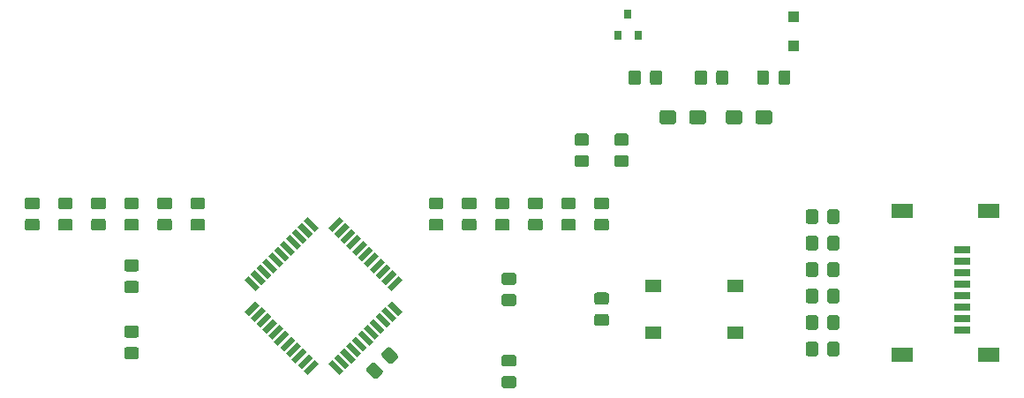
<source format=gbr>
G04 #@! TF.GenerationSoftware,KiCad,Pcbnew,5.1.5-52549c5~84~ubuntu19.10.1*
G04 #@! TF.CreationDate,2019-12-01T23:59:15+01:00*
G04 #@! TF.ProjectId,eduzebox,6564757a-6562-46f7-982e-6b696361645f,rev?*
G04 #@! TF.SameCoordinates,Original*
G04 #@! TF.FileFunction,Paste,Top*
G04 #@! TF.FilePolarity,Positive*
%FSLAX46Y46*%
G04 Gerber Fmt 4.6, Leading zero omitted, Abs format (unit mm)*
G04 Created by KiCad (PCBNEW 5.1.5-52549c5~84~ubuntu19.10.1) date 2019-12-01 23:59:15*
%MOMM*%
%LPD*%
G04 APERTURE LIST*
%ADD10C,0.100000*%
%ADD11R,1.100000X1.100000*%
%ADD12R,2.000000X1.450000*%
%ADD13R,1.500000X0.800000*%
%ADD14R,1.550000X1.300000*%
%ADD15R,0.800000X0.900000*%
G04 APERTURE END LIST*
D10*
G36*
X137634505Y-87446204D02*
G01*
X137658773Y-87449804D01*
X137682572Y-87455765D01*
X137705671Y-87464030D01*
X137727850Y-87474520D01*
X137748893Y-87487132D01*
X137768599Y-87501747D01*
X137786777Y-87518223D01*
X137803253Y-87536401D01*
X137817868Y-87556107D01*
X137830480Y-87577150D01*
X137840970Y-87599329D01*
X137849235Y-87622428D01*
X137855196Y-87646227D01*
X137858796Y-87670495D01*
X137860000Y-87694999D01*
X137860000Y-88345001D01*
X137858796Y-88369505D01*
X137855196Y-88393773D01*
X137849235Y-88417572D01*
X137840970Y-88440671D01*
X137830480Y-88462850D01*
X137817868Y-88483893D01*
X137803253Y-88503599D01*
X137786777Y-88521777D01*
X137768599Y-88538253D01*
X137748893Y-88552868D01*
X137727850Y-88565480D01*
X137705671Y-88575970D01*
X137682572Y-88584235D01*
X137658773Y-88590196D01*
X137634505Y-88593796D01*
X137610001Y-88595000D01*
X136709999Y-88595000D01*
X136685495Y-88593796D01*
X136661227Y-88590196D01*
X136637428Y-88584235D01*
X136614329Y-88575970D01*
X136592150Y-88565480D01*
X136571107Y-88552868D01*
X136551401Y-88538253D01*
X136533223Y-88521777D01*
X136516747Y-88503599D01*
X136502132Y-88483893D01*
X136489520Y-88462850D01*
X136479030Y-88440671D01*
X136470765Y-88417572D01*
X136464804Y-88393773D01*
X136461204Y-88369505D01*
X136460000Y-88345001D01*
X136460000Y-87694999D01*
X136461204Y-87670495D01*
X136464804Y-87646227D01*
X136470765Y-87622428D01*
X136479030Y-87599329D01*
X136489520Y-87577150D01*
X136502132Y-87556107D01*
X136516747Y-87536401D01*
X136533223Y-87518223D01*
X136551401Y-87501747D01*
X136571107Y-87487132D01*
X136592150Y-87474520D01*
X136614329Y-87464030D01*
X136637428Y-87455765D01*
X136661227Y-87449804D01*
X136685495Y-87446204D01*
X136709999Y-87445000D01*
X137610001Y-87445000D01*
X137634505Y-87446204D01*
G37*
G36*
X137634505Y-85396204D02*
G01*
X137658773Y-85399804D01*
X137682572Y-85405765D01*
X137705671Y-85414030D01*
X137727850Y-85424520D01*
X137748893Y-85437132D01*
X137768599Y-85451747D01*
X137786777Y-85468223D01*
X137803253Y-85486401D01*
X137817868Y-85506107D01*
X137830480Y-85527150D01*
X137840970Y-85549329D01*
X137849235Y-85572428D01*
X137855196Y-85596227D01*
X137858796Y-85620495D01*
X137860000Y-85644999D01*
X137860000Y-86295001D01*
X137858796Y-86319505D01*
X137855196Y-86343773D01*
X137849235Y-86367572D01*
X137840970Y-86390671D01*
X137830480Y-86412850D01*
X137817868Y-86433893D01*
X137803253Y-86453599D01*
X137786777Y-86471777D01*
X137768599Y-86488253D01*
X137748893Y-86502868D01*
X137727850Y-86515480D01*
X137705671Y-86525970D01*
X137682572Y-86534235D01*
X137658773Y-86540196D01*
X137634505Y-86543796D01*
X137610001Y-86545000D01*
X136709999Y-86545000D01*
X136685495Y-86543796D01*
X136661227Y-86540196D01*
X136637428Y-86534235D01*
X136614329Y-86525970D01*
X136592150Y-86515480D01*
X136571107Y-86502868D01*
X136551401Y-86488253D01*
X136533223Y-86471777D01*
X136516747Y-86453599D01*
X136502132Y-86433893D01*
X136489520Y-86412850D01*
X136479030Y-86390671D01*
X136470765Y-86367572D01*
X136464804Y-86343773D01*
X136461204Y-86319505D01*
X136460000Y-86295001D01*
X136460000Y-85644999D01*
X136461204Y-85620495D01*
X136464804Y-85596227D01*
X136470765Y-85572428D01*
X136479030Y-85549329D01*
X136489520Y-85527150D01*
X136502132Y-85506107D01*
X136516747Y-85486401D01*
X136533223Y-85468223D01*
X136551401Y-85451747D01*
X136571107Y-85437132D01*
X136592150Y-85424520D01*
X136614329Y-85414030D01*
X136637428Y-85405765D01*
X136661227Y-85399804D01*
X136685495Y-85396204D01*
X136709999Y-85395000D01*
X137610001Y-85395000D01*
X137634505Y-85396204D01*
G37*
G36*
X155837005Y-69811204D02*
G01*
X155861273Y-69814804D01*
X155885072Y-69820765D01*
X155908171Y-69829030D01*
X155930350Y-69839520D01*
X155951393Y-69852132D01*
X155971099Y-69866747D01*
X155989277Y-69883223D01*
X156005753Y-69901401D01*
X156020368Y-69921107D01*
X156032980Y-69942150D01*
X156043470Y-69964329D01*
X156051735Y-69987428D01*
X156057696Y-70011227D01*
X156061296Y-70035495D01*
X156062500Y-70059999D01*
X156062500Y-70910001D01*
X156061296Y-70934505D01*
X156057696Y-70958773D01*
X156051735Y-70982572D01*
X156043470Y-71005671D01*
X156032980Y-71027850D01*
X156020368Y-71048893D01*
X156005753Y-71068599D01*
X155989277Y-71086777D01*
X155971099Y-71103253D01*
X155951393Y-71117868D01*
X155930350Y-71130480D01*
X155908171Y-71140970D01*
X155885072Y-71149235D01*
X155861273Y-71155196D01*
X155837005Y-71158796D01*
X155812501Y-71160000D01*
X154737499Y-71160000D01*
X154712995Y-71158796D01*
X154688727Y-71155196D01*
X154664928Y-71149235D01*
X154641829Y-71140970D01*
X154619650Y-71130480D01*
X154598607Y-71117868D01*
X154578901Y-71103253D01*
X154560723Y-71086777D01*
X154544247Y-71068599D01*
X154529632Y-71048893D01*
X154517020Y-71027850D01*
X154506530Y-71005671D01*
X154498265Y-70982572D01*
X154492304Y-70958773D01*
X154488704Y-70934505D01*
X154487500Y-70910001D01*
X154487500Y-70059999D01*
X154488704Y-70035495D01*
X154492304Y-70011227D01*
X154498265Y-69987428D01*
X154506530Y-69964329D01*
X154517020Y-69942150D01*
X154529632Y-69921107D01*
X154544247Y-69901401D01*
X154560723Y-69883223D01*
X154578901Y-69866747D01*
X154598607Y-69852132D01*
X154619650Y-69839520D01*
X154641829Y-69829030D01*
X154664928Y-69820765D01*
X154688727Y-69814804D01*
X154712995Y-69811204D01*
X154737499Y-69810000D01*
X155812501Y-69810000D01*
X155837005Y-69811204D01*
G37*
G36*
X152962005Y-69811204D02*
G01*
X152986273Y-69814804D01*
X153010072Y-69820765D01*
X153033171Y-69829030D01*
X153055350Y-69839520D01*
X153076393Y-69852132D01*
X153096099Y-69866747D01*
X153114277Y-69883223D01*
X153130753Y-69901401D01*
X153145368Y-69921107D01*
X153157980Y-69942150D01*
X153168470Y-69964329D01*
X153176735Y-69987428D01*
X153182696Y-70011227D01*
X153186296Y-70035495D01*
X153187500Y-70059999D01*
X153187500Y-70910001D01*
X153186296Y-70934505D01*
X153182696Y-70958773D01*
X153176735Y-70982572D01*
X153168470Y-71005671D01*
X153157980Y-71027850D01*
X153145368Y-71048893D01*
X153130753Y-71068599D01*
X153114277Y-71086777D01*
X153096099Y-71103253D01*
X153076393Y-71117868D01*
X153055350Y-71130480D01*
X153033171Y-71140970D01*
X153010072Y-71149235D01*
X152986273Y-71155196D01*
X152962005Y-71158796D01*
X152937501Y-71160000D01*
X151862499Y-71160000D01*
X151837995Y-71158796D01*
X151813727Y-71155196D01*
X151789928Y-71149235D01*
X151766829Y-71140970D01*
X151744650Y-71130480D01*
X151723607Y-71117868D01*
X151703901Y-71103253D01*
X151685723Y-71086777D01*
X151669247Y-71068599D01*
X151654632Y-71048893D01*
X151642020Y-71027850D01*
X151631530Y-71005671D01*
X151623265Y-70982572D01*
X151617304Y-70958773D01*
X151613704Y-70934505D01*
X151612500Y-70910001D01*
X151612500Y-70059999D01*
X151613704Y-70035495D01*
X151617304Y-70011227D01*
X151623265Y-69987428D01*
X151631530Y-69964329D01*
X151642020Y-69942150D01*
X151654632Y-69921107D01*
X151669247Y-69901401D01*
X151685723Y-69883223D01*
X151703901Y-69866747D01*
X151723607Y-69852132D01*
X151744650Y-69839520D01*
X151766829Y-69829030D01*
X151789928Y-69820765D01*
X151813727Y-69814804D01*
X151837995Y-69811204D01*
X151862499Y-69810000D01*
X152937501Y-69810000D01*
X152962005Y-69811204D01*
G37*
G36*
X162187005Y-69811204D02*
G01*
X162211273Y-69814804D01*
X162235072Y-69820765D01*
X162258171Y-69829030D01*
X162280350Y-69839520D01*
X162301393Y-69852132D01*
X162321099Y-69866747D01*
X162339277Y-69883223D01*
X162355753Y-69901401D01*
X162370368Y-69921107D01*
X162382980Y-69942150D01*
X162393470Y-69964329D01*
X162401735Y-69987428D01*
X162407696Y-70011227D01*
X162411296Y-70035495D01*
X162412500Y-70059999D01*
X162412500Y-70910001D01*
X162411296Y-70934505D01*
X162407696Y-70958773D01*
X162401735Y-70982572D01*
X162393470Y-71005671D01*
X162382980Y-71027850D01*
X162370368Y-71048893D01*
X162355753Y-71068599D01*
X162339277Y-71086777D01*
X162321099Y-71103253D01*
X162301393Y-71117868D01*
X162280350Y-71130480D01*
X162258171Y-71140970D01*
X162235072Y-71149235D01*
X162211273Y-71155196D01*
X162187005Y-71158796D01*
X162162501Y-71160000D01*
X161087499Y-71160000D01*
X161062995Y-71158796D01*
X161038727Y-71155196D01*
X161014928Y-71149235D01*
X160991829Y-71140970D01*
X160969650Y-71130480D01*
X160948607Y-71117868D01*
X160928901Y-71103253D01*
X160910723Y-71086777D01*
X160894247Y-71068599D01*
X160879632Y-71048893D01*
X160867020Y-71027850D01*
X160856530Y-71005671D01*
X160848265Y-70982572D01*
X160842304Y-70958773D01*
X160838704Y-70934505D01*
X160837500Y-70910001D01*
X160837500Y-70059999D01*
X160838704Y-70035495D01*
X160842304Y-70011227D01*
X160848265Y-69987428D01*
X160856530Y-69964329D01*
X160867020Y-69942150D01*
X160879632Y-69921107D01*
X160894247Y-69901401D01*
X160910723Y-69883223D01*
X160928901Y-69866747D01*
X160948607Y-69852132D01*
X160969650Y-69839520D01*
X160991829Y-69829030D01*
X161014928Y-69820765D01*
X161038727Y-69814804D01*
X161062995Y-69811204D01*
X161087499Y-69810000D01*
X162162501Y-69810000D01*
X162187005Y-69811204D01*
G37*
G36*
X159312005Y-69811204D02*
G01*
X159336273Y-69814804D01*
X159360072Y-69820765D01*
X159383171Y-69829030D01*
X159405350Y-69839520D01*
X159426393Y-69852132D01*
X159446099Y-69866747D01*
X159464277Y-69883223D01*
X159480753Y-69901401D01*
X159495368Y-69921107D01*
X159507980Y-69942150D01*
X159518470Y-69964329D01*
X159526735Y-69987428D01*
X159532696Y-70011227D01*
X159536296Y-70035495D01*
X159537500Y-70059999D01*
X159537500Y-70910001D01*
X159536296Y-70934505D01*
X159532696Y-70958773D01*
X159526735Y-70982572D01*
X159518470Y-71005671D01*
X159507980Y-71027850D01*
X159495368Y-71048893D01*
X159480753Y-71068599D01*
X159464277Y-71086777D01*
X159446099Y-71103253D01*
X159426393Y-71117868D01*
X159405350Y-71130480D01*
X159383171Y-71140970D01*
X159360072Y-71149235D01*
X159336273Y-71155196D01*
X159312005Y-71158796D01*
X159287501Y-71160000D01*
X158212499Y-71160000D01*
X158187995Y-71158796D01*
X158163727Y-71155196D01*
X158139928Y-71149235D01*
X158116829Y-71140970D01*
X158094650Y-71130480D01*
X158073607Y-71117868D01*
X158053901Y-71103253D01*
X158035723Y-71086777D01*
X158019247Y-71068599D01*
X158004632Y-71048893D01*
X157992020Y-71027850D01*
X157981530Y-71005671D01*
X157973265Y-70982572D01*
X157967304Y-70958773D01*
X157963704Y-70934505D01*
X157962500Y-70910001D01*
X157962500Y-70059999D01*
X157963704Y-70035495D01*
X157967304Y-70011227D01*
X157973265Y-69987428D01*
X157981530Y-69964329D01*
X157992020Y-69942150D01*
X158004632Y-69921107D01*
X158019247Y-69901401D01*
X158035723Y-69883223D01*
X158053901Y-69866747D01*
X158073607Y-69852132D01*
X158094650Y-69839520D01*
X158116829Y-69829030D01*
X158139928Y-69820765D01*
X158163727Y-69814804D01*
X158187995Y-69811204D01*
X158212499Y-69810000D01*
X159287501Y-69810000D01*
X159312005Y-69811204D01*
G37*
G36*
X151624505Y-65976204D02*
G01*
X151648773Y-65979804D01*
X151672572Y-65985765D01*
X151695671Y-65994030D01*
X151717850Y-66004520D01*
X151738893Y-66017132D01*
X151758599Y-66031747D01*
X151776777Y-66048223D01*
X151793253Y-66066401D01*
X151807868Y-66086107D01*
X151820480Y-66107150D01*
X151830970Y-66129329D01*
X151839235Y-66152428D01*
X151845196Y-66176227D01*
X151848796Y-66200495D01*
X151850000Y-66224999D01*
X151850000Y-67125001D01*
X151848796Y-67149505D01*
X151845196Y-67173773D01*
X151839235Y-67197572D01*
X151830970Y-67220671D01*
X151820480Y-67242850D01*
X151807868Y-67263893D01*
X151793253Y-67283599D01*
X151776777Y-67301777D01*
X151758599Y-67318253D01*
X151738893Y-67332868D01*
X151717850Y-67345480D01*
X151695671Y-67355970D01*
X151672572Y-67364235D01*
X151648773Y-67370196D01*
X151624505Y-67373796D01*
X151600001Y-67375000D01*
X150949999Y-67375000D01*
X150925495Y-67373796D01*
X150901227Y-67370196D01*
X150877428Y-67364235D01*
X150854329Y-67355970D01*
X150832150Y-67345480D01*
X150811107Y-67332868D01*
X150791401Y-67318253D01*
X150773223Y-67301777D01*
X150756747Y-67283599D01*
X150742132Y-67263893D01*
X150729520Y-67242850D01*
X150719030Y-67220671D01*
X150710765Y-67197572D01*
X150704804Y-67173773D01*
X150701204Y-67149505D01*
X150700000Y-67125001D01*
X150700000Y-66224999D01*
X150701204Y-66200495D01*
X150704804Y-66176227D01*
X150710765Y-66152428D01*
X150719030Y-66129329D01*
X150729520Y-66107150D01*
X150742132Y-66086107D01*
X150756747Y-66066401D01*
X150773223Y-66048223D01*
X150791401Y-66031747D01*
X150811107Y-66017132D01*
X150832150Y-66004520D01*
X150854329Y-65994030D01*
X150877428Y-65985765D01*
X150901227Y-65979804D01*
X150925495Y-65976204D01*
X150949999Y-65975000D01*
X151600001Y-65975000D01*
X151624505Y-65976204D01*
G37*
G36*
X149574505Y-65976204D02*
G01*
X149598773Y-65979804D01*
X149622572Y-65985765D01*
X149645671Y-65994030D01*
X149667850Y-66004520D01*
X149688893Y-66017132D01*
X149708599Y-66031747D01*
X149726777Y-66048223D01*
X149743253Y-66066401D01*
X149757868Y-66086107D01*
X149770480Y-66107150D01*
X149780970Y-66129329D01*
X149789235Y-66152428D01*
X149795196Y-66176227D01*
X149798796Y-66200495D01*
X149800000Y-66224999D01*
X149800000Y-67125001D01*
X149798796Y-67149505D01*
X149795196Y-67173773D01*
X149789235Y-67197572D01*
X149780970Y-67220671D01*
X149770480Y-67242850D01*
X149757868Y-67263893D01*
X149743253Y-67283599D01*
X149726777Y-67301777D01*
X149708599Y-67318253D01*
X149688893Y-67332868D01*
X149667850Y-67345480D01*
X149645671Y-67355970D01*
X149622572Y-67364235D01*
X149598773Y-67370196D01*
X149574505Y-67373796D01*
X149550001Y-67375000D01*
X148899999Y-67375000D01*
X148875495Y-67373796D01*
X148851227Y-67370196D01*
X148827428Y-67364235D01*
X148804329Y-67355970D01*
X148782150Y-67345480D01*
X148761107Y-67332868D01*
X148741401Y-67318253D01*
X148723223Y-67301777D01*
X148706747Y-67283599D01*
X148692132Y-67263893D01*
X148679520Y-67242850D01*
X148669030Y-67220671D01*
X148660765Y-67197572D01*
X148654804Y-67173773D01*
X148651204Y-67149505D01*
X148650000Y-67125001D01*
X148650000Y-66224999D01*
X148651204Y-66200495D01*
X148654804Y-66176227D01*
X148660765Y-66152428D01*
X148669030Y-66129329D01*
X148679520Y-66107150D01*
X148692132Y-66086107D01*
X148706747Y-66066401D01*
X148723223Y-66048223D01*
X148741401Y-66031747D01*
X148761107Y-66017132D01*
X148782150Y-66004520D01*
X148804329Y-65994030D01*
X148827428Y-65985765D01*
X148851227Y-65979804D01*
X148875495Y-65976204D01*
X148899999Y-65975000D01*
X149550001Y-65975000D01*
X149574505Y-65976204D01*
G37*
G36*
X163934505Y-65976204D02*
G01*
X163958773Y-65979804D01*
X163982572Y-65985765D01*
X164005671Y-65994030D01*
X164027850Y-66004520D01*
X164048893Y-66017132D01*
X164068599Y-66031747D01*
X164086777Y-66048223D01*
X164103253Y-66066401D01*
X164117868Y-66086107D01*
X164130480Y-66107150D01*
X164140970Y-66129329D01*
X164149235Y-66152428D01*
X164155196Y-66176227D01*
X164158796Y-66200495D01*
X164160000Y-66224999D01*
X164160000Y-67125001D01*
X164158796Y-67149505D01*
X164155196Y-67173773D01*
X164149235Y-67197572D01*
X164140970Y-67220671D01*
X164130480Y-67242850D01*
X164117868Y-67263893D01*
X164103253Y-67283599D01*
X164086777Y-67301777D01*
X164068599Y-67318253D01*
X164048893Y-67332868D01*
X164027850Y-67345480D01*
X164005671Y-67355970D01*
X163982572Y-67364235D01*
X163958773Y-67370196D01*
X163934505Y-67373796D01*
X163910001Y-67375000D01*
X163259999Y-67375000D01*
X163235495Y-67373796D01*
X163211227Y-67370196D01*
X163187428Y-67364235D01*
X163164329Y-67355970D01*
X163142150Y-67345480D01*
X163121107Y-67332868D01*
X163101401Y-67318253D01*
X163083223Y-67301777D01*
X163066747Y-67283599D01*
X163052132Y-67263893D01*
X163039520Y-67242850D01*
X163029030Y-67220671D01*
X163020765Y-67197572D01*
X163014804Y-67173773D01*
X163011204Y-67149505D01*
X163010000Y-67125001D01*
X163010000Y-66224999D01*
X163011204Y-66200495D01*
X163014804Y-66176227D01*
X163020765Y-66152428D01*
X163029030Y-66129329D01*
X163039520Y-66107150D01*
X163052132Y-66086107D01*
X163066747Y-66066401D01*
X163083223Y-66048223D01*
X163101401Y-66031747D01*
X163121107Y-66017132D01*
X163142150Y-66004520D01*
X163164329Y-65994030D01*
X163187428Y-65985765D01*
X163211227Y-65979804D01*
X163235495Y-65976204D01*
X163259999Y-65975000D01*
X163910001Y-65975000D01*
X163934505Y-65976204D01*
G37*
G36*
X161884505Y-65976204D02*
G01*
X161908773Y-65979804D01*
X161932572Y-65985765D01*
X161955671Y-65994030D01*
X161977850Y-66004520D01*
X161998893Y-66017132D01*
X162018599Y-66031747D01*
X162036777Y-66048223D01*
X162053253Y-66066401D01*
X162067868Y-66086107D01*
X162080480Y-66107150D01*
X162090970Y-66129329D01*
X162099235Y-66152428D01*
X162105196Y-66176227D01*
X162108796Y-66200495D01*
X162110000Y-66224999D01*
X162110000Y-67125001D01*
X162108796Y-67149505D01*
X162105196Y-67173773D01*
X162099235Y-67197572D01*
X162090970Y-67220671D01*
X162080480Y-67242850D01*
X162067868Y-67263893D01*
X162053253Y-67283599D01*
X162036777Y-67301777D01*
X162018599Y-67318253D01*
X161998893Y-67332868D01*
X161977850Y-67345480D01*
X161955671Y-67355970D01*
X161932572Y-67364235D01*
X161908773Y-67370196D01*
X161884505Y-67373796D01*
X161860001Y-67375000D01*
X161209999Y-67375000D01*
X161185495Y-67373796D01*
X161161227Y-67370196D01*
X161137428Y-67364235D01*
X161114329Y-67355970D01*
X161092150Y-67345480D01*
X161071107Y-67332868D01*
X161051401Y-67318253D01*
X161033223Y-67301777D01*
X161016747Y-67283599D01*
X161002132Y-67263893D01*
X160989520Y-67242850D01*
X160979030Y-67220671D01*
X160970765Y-67197572D01*
X160964804Y-67173773D01*
X160961204Y-67149505D01*
X160960000Y-67125001D01*
X160960000Y-66224999D01*
X160961204Y-66200495D01*
X160964804Y-66176227D01*
X160970765Y-66152428D01*
X160979030Y-66129329D01*
X160989520Y-66107150D01*
X161002132Y-66086107D01*
X161016747Y-66066401D01*
X161033223Y-66048223D01*
X161051401Y-66031747D01*
X161071107Y-66017132D01*
X161092150Y-66004520D01*
X161114329Y-65994030D01*
X161137428Y-65985765D01*
X161161227Y-65979804D01*
X161185495Y-65976204D01*
X161209999Y-65975000D01*
X161860001Y-65975000D01*
X161884505Y-65976204D01*
G37*
G36*
X155924505Y-65976204D02*
G01*
X155948773Y-65979804D01*
X155972572Y-65985765D01*
X155995671Y-65994030D01*
X156017850Y-66004520D01*
X156038893Y-66017132D01*
X156058599Y-66031747D01*
X156076777Y-66048223D01*
X156093253Y-66066401D01*
X156107868Y-66086107D01*
X156120480Y-66107150D01*
X156130970Y-66129329D01*
X156139235Y-66152428D01*
X156145196Y-66176227D01*
X156148796Y-66200495D01*
X156150000Y-66224999D01*
X156150000Y-67125001D01*
X156148796Y-67149505D01*
X156145196Y-67173773D01*
X156139235Y-67197572D01*
X156130970Y-67220671D01*
X156120480Y-67242850D01*
X156107868Y-67263893D01*
X156093253Y-67283599D01*
X156076777Y-67301777D01*
X156058599Y-67318253D01*
X156038893Y-67332868D01*
X156017850Y-67345480D01*
X155995671Y-67355970D01*
X155972572Y-67364235D01*
X155948773Y-67370196D01*
X155924505Y-67373796D01*
X155900001Y-67375000D01*
X155249999Y-67375000D01*
X155225495Y-67373796D01*
X155201227Y-67370196D01*
X155177428Y-67364235D01*
X155154329Y-67355970D01*
X155132150Y-67345480D01*
X155111107Y-67332868D01*
X155091401Y-67318253D01*
X155073223Y-67301777D01*
X155056747Y-67283599D01*
X155042132Y-67263893D01*
X155029520Y-67242850D01*
X155019030Y-67220671D01*
X155010765Y-67197572D01*
X155004804Y-67173773D01*
X155001204Y-67149505D01*
X155000000Y-67125001D01*
X155000000Y-66224999D01*
X155001204Y-66200495D01*
X155004804Y-66176227D01*
X155010765Y-66152428D01*
X155019030Y-66129329D01*
X155029520Y-66107150D01*
X155042132Y-66086107D01*
X155056747Y-66066401D01*
X155073223Y-66048223D01*
X155091401Y-66031747D01*
X155111107Y-66017132D01*
X155132150Y-66004520D01*
X155154329Y-65994030D01*
X155177428Y-65985765D01*
X155201227Y-65979804D01*
X155225495Y-65976204D01*
X155249999Y-65975000D01*
X155900001Y-65975000D01*
X155924505Y-65976204D01*
G37*
G36*
X157974505Y-65976204D02*
G01*
X157998773Y-65979804D01*
X158022572Y-65985765D01*
X158045671Y-65994030D01*
X158067850Y-66004520D01*
X158088893Y-66017132D01*
X158108599Y-66031747D01*
X158126777Y-66048223D01*
X158143253Y-66066401D01*
X158157868Y-66086107D01*
X158170480Y-66107150D01*
X158180970Y-66129329D01*
X158189235Y-66152428D01*
X158195196Y-66176227D01*
X158198796Y-66200495D01*
X158200000Y-66224999D01*
X158200000Y-67125001D01*
X158198796Y-67149505D01*
X158195196Y-67173773D01*
X158189235Y-67197572D01*
X158180970Y-67220671D01*
X158170480Y-67242850D01*
X158157868Y-67263893D01*
X158143253Y-67283599D01*
X158126777Y-67301777D01*
X158108599Y-67318253D01*
X158088893Y-67332868D01*
X158067850Y-67345480D01*
X158045671Y-67355970D01*
X158022572Y-67364235D01*
X157998773Y-67370196D01*
X157974505Y-67373796D01*
X157950001Y-67375000D01*
X157299999Y-67375000D01*
X157275495Y-67373796D01*
X157251227Y-67370196D01*
X157227428Y-67364235D01*
X157204329Y-67355970D01*
X157182150Y-67345480D01*
X157161107Y-67332868D01*
X157141401Y-67318253D01*
X157123223Y-67301777D01*
X157106747Y-67283599D01*
X157092132Y-67263893D01*
X157079520Y-67242850D01*
X157069030Y-67220671D01*
X157060765Y-67197572D01*
X157054804Y-67173773D01*
X157051204Y-67149505D01*
X157050000Y-67125001D01*
X157050000Y-66224999D01*
X157051204Y-66200495D01*
X157054804Y-66176227D01*
X157060765Y-66152428D01*
X157069030Y-66129329D01*
X157079520Y-66107150D01*
X157092132Y-66086107D01*
X157106747Y-66066401D01*
X157123223Y-66048223D01*
X157141401Y-66031747D01*
X157161107Y-66017132D01*
X157182150Y-66004520D01*
X157204329Y-65994030D01*
X157227428Y-65985765D01*
X157251227Y-65979804D01*
X157275495Y-65976204D01*
X157299999Y-65975000D01*
X157950001Y-65975000D01*
X157974505Y-65976204D01*
G37*
G36*
X137634505Y-95311204D02*
G01*
X137658773Y-95314804D01*
X137682572Y-95320765D01*
X137705671Y-95329030D01*
X137727850Y-95339520D01*
X137748893Y-95352132D01*
X137768599Y-95366747D01*
X137786777Y-95383223D01*
X137803253Y-95401401D01*
X137817868Y-95421107D01*
X137830480Y-95442150D01*
X137840970Y-95464329D01*
X137849235Y-95487428D01*
X137855196Y-95511227D01*
X137858796Y-95535495D01*
X137860000Y-95559999D01*
X137860000Y-96210001D01*
X137858796Y-96234505D01*
X137855196Y-96258773D01*
X137849235Y-96282572D01*
X137840970Y-96305671D01*
X137830480Y-96327850D01*
X137817868Y-96348893D01*
X137803253Y-96368599D01*
X137786777Y-96386777D01*
X137768599Y-96403253D01*
X137748893Y-96417868D01*
X137727850Y-96430480D01*
X137705671Y-96440970D01*
X137682572Y-96449235D01*
X137658773Y-96455196D01*
X137634505Y-96458796D01*
X137610001Y-96460000D01*
X136709999Y-96460000D01*
X136685495Y-96458796D01*
X136661227Y-96455196D01*
X136637428Y-96449235D01*
X136614329Y-96440970D01*
X136592150Y-96430480D01*
X136571107Y-96417868D01*
X136551401Y-96403253D01*
X136533223Y-96386777D01*
X136516747Y-96368599D01*
X136502132Y-96348893D01*
X136489520Y-96327850D01*
X136479030Y-96305671D01*
X136470765Y-96282572D01*
X136464804Y-96258773D01*
X136461204Y-96234505D01*
X136460000Y-96210001D01*
X136460000Y-95559999D01*
X136461204Y-95535495D01*
X136464804Y-95511227D01*
X136470765Y-95487428D01*
X136479030Y-95464329D01*
X136489520Y-95442150D01*
X136502132Y-95421107D01*
X136516747Y-95401401D01*
X136533223Y-95383223D01*
X136551401Y-95366747D01*
X136571107Y-95352132D01*
X136592150Y-95339520D01*
X136614329Y-95329030D01*
X136637428Y-95320765D01*
X136661227Y-95314804D01*
X136685495Y-95311204D01*
X136709999Y-95310000D01*
X137610001Y-95310000D01*
X137634505Y-95311204D01*
G37*
G36*
X137634505Y-93261204D02*
G01*
X137658773Y-93264804D01*
X137682572Y-93270765D01*
X137705671Y-93279030D01*
X137727850Y-93289520D01*
X137748893Y-93302132D01*
X137768599Y-93316747D01*
X137786777Y-93333223D01*
X137803253Y-93351401D01*
X137817868Y-93371107D01*
X137830480Y-93392150D01*
X137840970Y-93414329D01*
X137849235Y-93437428D01*
X137855196Y-93461227D01*
X137858796Y-93485495D01*
X137860000Y-93509999D01*
X137860000Y-94160001D01*
X137858796Y-94184505D01*
X137855196Y-94208773D01*
X137849235Y-94232572D01*
X137840970Y-94255671D01*
X137830480Y-94277850D01*
X137817868Y-94298893D01*
X137803253Y-94318599D01*
X137786777Y-94336777D01*
X137768599Y-94353253D01*
X137748893Y-94367868D01*
X137727850Y-94380480D01*
X137705671Y-94390970D01*
X137682572Y-94399235D01*
X137658773Y-94405196D01*
X137634505Y-94408796D01*
X137610001Y-94410000D01*
X136709999Y-94410000D01*
X136685495Y-94408796D01*
X136661227Y-94405196D01*
X136637428Y-94399235D01*
X136614329Y-94390970D01*
X136592150Y-94380480D01*
X136571107Y-94367868D01*
X136551401Y-94353253D01*
X136533223Y-94336777D01*
X136516747Y-94318599D01*
X136502132Y-94298893D01*
X136489520Y-94277850D01*
X136479030Y-94255671D01*
X136470765Y-94232572D01*
X136464804Y-94208773D01*
X136461204Y-94184505D01*
X136460000Y-94160001D01*
X136460000Y-93509999D01*
X136461204Y-93485495D01*
X136464804Y-93461227D01*
X136470765Y-93437428D01*
X136479030Y-93414329D01*
X136489520Y-93392150D01*
X136502132Y-93371107D01*
X136516747Y-93351401D01*
X136533223Y-93333223D01*
X136551401Y-93316747D01*
X136571107Y-93302132D01*
X136592150Y-93289520D01*
X136614329Y-93279030D01*
X136637428Y-93270765D01*
X136661227Y-93264804D01*
X136685495Y-93261204D01*
X136709999Y-93260000D01*
X137610001Y-93260000D01*
X137634505Y-93261204D01*
G37*
G36*
X125666116Y-92548196D02*
G01*
X125690384Y-92551796D01*
X125714183Y-92557757D01*
X125737282Y-92566022D01*
X125759461Y-92576512D01*
X125780504Y-92589124D01*
X125800210Y-92603739D01*
X125818388Y-92620215D01*
X126454785Y-93256612D01*
X126471261Y-93274790D01*
X126485876Y-93294496D01*
X126498488Y-93315539D01*
X126508978Y-93337718D01*
X126517243Y-93360817D01*
X126523204Y-93384616D01*
X126526804Y-93408884D01*
X126528008Y-93433388D01*
X126526804Y-93457892D01*
X126523204Y-93482160D01*
X126517243Y-93505959D01*
X126508978Y-93529058D01*
X126498488Y-93551237D01*
X126485876Y-93572280D01*
X126471261Y-93591986D01*
X126454785Y-93610164D01*
X125995164Y-94069785D01*
X125976986Y-94086261D01*
X125957280Y-94100876D01*
X125936237Y-94113488D01*
X125914058Y-94123978D01*
X125890959Y-94132243D01*
X125867160Y-94138204D01*
X125842892Y-94141804D01*
X125818388Y-94143008D01*
X125793884Y-94141804D01*
X125769616Y-94138204D01*
X125745817Y-94132243D01*
X125722718Y-94123978D01*
X125700539Y-94113488D01*
X125679496Y-94100876D01*
X125659790Y-94086261D01*
X125641612Y-94069785D01*
X125005215Y-93433388D01*
X124988739Y-93415210D01*
X124974124Y-93395504D01*
X124961512Y-93374461D01*
X124951022Y-93352282D01*
X124942757Y-93329183D01*
X124936796Y-93305384D01*
X124933196Y-93281116D01*
X124931992Y-93256612D01*
X124933196Y-93232108D01*
X124936796Y-93207840D01*
X124942757Y-93184041D01*
X124951022Y-93160942D01*
X124961512Y-93138763D01*
X124974124Y-93117720D01*
X124988739Y-93098014D01*
X125005215Y-93079836D01*
X125464836Y-92620215D01*
X125483014Y-92603739D01*
X125502720Y-92589124D01*
X125523763Y-92576512D01*
X125545942Y-92566022D01*
X125569041Y-92557757D01*
X125592840Y-92551796D01*
X125617108Y-92548196D01*
X125641612Y-92546992D01*
X125666116Y-92548196D01*
G37*
G36*
X124216548Y-93997764D02*
G01*
X124240816Y-94001364D01*
X124264615Y-94007325D01*
X124287714Y-94015590D01*
X124309893Y-94026080D01*
X124330936Y-94038692D01*
X124350642Y-94053307D01*
X124368820Y-94069783D01*
X125005217Y-94706180D01*
X125021693Y-94724358D01*
X125036308Y-94744064D01*
X125048920Y-94765107D01*
X125059410Y-94787286D01*
X125067675Y-94810385D01*
X125073636Y-94834184D01*
X125077236Y-94858452D01*
X125078440Y-94882956D01*
X125077236Y-94907460D01*
X125073636Y-94931728D01*
X125067675Y-94955527D01*
X125059410Y-94978626D01*
X125048920Y-95000805D01*
X125036308Y-95021848D01*
X125021693Y-95041554D01*
X125005217Y-95059732D01*
X124545596Y-95519353D01*
X124527418Y-95535829D01*
X124507712Y-95550444D01*
X124486669Y-95563056D01*
X124464490Y-95573546D01*
X124441391Y-95581811D01*
X124417592Y-95587772D01*
X124393324Y-95591372D01*
X124368820Y-95592576D01*
X124344316Y-95591372D01*
X124320048Y-95587772D01*
X124296249Y-95581811D01*
X124273150Y-95573546D01*
X124250971Y-95563056D01*
X124229928Y-95550444D01*
X124210222Y-95535829D01*
X124192044Y-95519353D01*
X123555647Y-94882956D01*
X123539171Y-94864778D01*
X123524556Y-94845072D01*
X123511944Y-94824029D01*
X123501454Y-94801850D01*
X123493189Y-94778751D01*
X123487228Y-94754952D01*
X123483628Y-94730684D01*
X123482424Y-94706180D01*
X123483628Y-94681676D01*
X123487228Y-94657408D01*
X123493189Y-94633609D01*
X123501454Y-94610510D01*
X123511944Y-94588331D01*
X123524556Y-94567288D01*
X123539171Y-94547582D01*
X123555647Y-94529404D01*
X124015268Y-94069783D01*
X124033446Y-94053307D01*
X124053152Y-94038692D01*
X124074195Y-94026080D01*
X124096374Y-94015590D01*
X124119473Y-94007325D01*
X124143272Y-94001364D01*
X124167540Y-93997764D01*
X124192044Y-93996560D01*
X124216548Y-93997764D01*
G37*
D11*
X164465000Y-63630000D03*
X164465000Y-60830000D03*
D12*
X183220000Y-93235000D03*
X183220000Y-79485000D03*
X174920000Y-79485000D03*
X174920000Y-93235000D03*
D13*
X180620000Y-90860000D03*
X180620000Y-89760000D03*
X180620000Y-88660000D03*
X180620000Y-87560000D03*
X180620000Y-86460000D03*
X180620000Y-85360000D03*
X180620000Y-84260000D03*
X180620000Y-83160000D03*
D10*
G36*
X146524505Y-87301204D02*
G01*
X146548773Y-87304804D01*
X146572572Y-87310765D01*
X146595671Y-87319030D01*
X146617850Y-87329520D01*
X146638893Y-87342132D01*
X146658599Y-87356747D01*
X146676777Y-87373223D01*
X146693253Y-87391401D01*
X146707868Y-87411107D01*
X146720480Y-87432150D01*
X146730970Y-87454329D01*
X146739235Y-87477428D01*
X146745196Y-87501227D01*
X146748796Y-87525495D01*
X146750000Y-87549999D01*
X146750000Y-88200001D01*
X146748796Y-88224505D01*
X146745196Y-88248773D01*
X146739235Y-88272572D01*
X146730970Y-88295671D01*
X146720480Y-88317850D01*
X146707868Y-88338893D01*
X146693253Y-88358599D01*
X146676777Y-88376777D01*
X146658599Y-88393253D01*
X146638893Y-88407868D01*
X146617850Y-88420480D01*
X146595671Y-88430970D01*
X146572572Y-88439235D01*
X146548773Y-88445196D01*
X146524505Y-88448796D01*
X146500001Y-88450000D01*
X145599999Y-88450000D01*
X145575495Y-88448796D01*
X145551227Y-88445196D01*
X145527428Y-88439235D01*
X145504329Y-88430970D01*
X145482150Y-88420480D01*
X145461107Y-88407868D01*
X145441401Y-88393253D01*
X145423223Y-88376777D01*
X145406747Y-88358599D01*
X145392132Y-88338893D01*
X145379520Y-88317850D01*
X145369030Y-88295671D01*
X145360765Y-88272572D01*
X145354804Y-88248773D01*
X145351204Y-88224505D01*
X145350000Y-88200001D01*
X145350000Y-87549999D01*
X145351204Y-87525495D01*
X145354804Y-87501227D01*
X145360765Y-87477428D01*
X145369030Y-87454329D01*
X145379520Y-87432150D01*
X145392132Y-87411107D01*
X145406747Y-87391401D01*
X145423223Y-87373223D01*
X145441401Y-87356747D01*
X145461107Y-87342132D01*
X145482150Y-87329520D01*
X145504329Y-87319030D01*
X145527428Y-87310765D01*
X145551227Y-87304804D01*
X145575495Y-87301204D01*
X145599999Y-87300000D01*
X146500001Y-87300000D01*
X146524505Y-87301204D01*
G37*
G36*
X146524505Y-89351204D02*
G01*
X146548773Y-89354804D01*
X146572572Y-89360765D01*
X146595671Y-89369030D01*
X146617850Y-89379520D01*
X146638893Y-89392132D01*
X146658599Y-89406747D01*
X146676777Y-89423223D01*
X146693253Y-89441401D01*
X146707868Y-89461107D01*
X146720480Y-89482150D01*
X146730970Y-89504329D01*
X146739235Y-89527428D01*
X146745196Y-89551227D01*
X146748796Y-89575495D01*
X146750000Y-89599999D01*
X146750000Y-90250001D01*
X146748796Y-90274505D01*
X146745196Y-90298773D01*
X146739235Y-90322572D01*
X146730970Y-90345671D01*
X146720480Y-90367850D01*
X146707868Y-90388893D01*
X146693253Y-90408599D01*
X146676777Y-90426777D01*
X146658599Y-90443253D01*
X146638893Y-90457868D01*
X146617850Y-90470480D01*
X146595671Y-90480970D01*
X146572572Y-90489235D01*
X146548773Y-90495196D01*
X146524505Y-90498796D01*
X146500001Y-90500000D01*
X145599999Y-90500000D01*
X145575495Y-90498796D01*
X145551227Y-90495196D01*
X145527428Y-90489235D01*
X145504329Y-90480970D01*
X145482150Y-90470480D01*
X145461107Y-90457868D01*
X145441401Y-90443253D01*
X145423223Y-90426777D01*
X145406747Y-90408599D01*
X145392132Y-90388893D01*
X145379520Y-90367850D01*
X145369030Y-90345671D01*
X145360765Y-90322572D01*
X145354804Y-90298773D01*
X145351204Y-90274505D01*
X145350000Y-90250001D01*
X145350000Y-89599999D01*
X145351204Y-89575495D01*
X145354804Y-89551227D01*
X145360765Y-89527428D01*
X145369030Y-89504329D01*
X145379520Y-89482150D01*
X145392132Y-89461107D01*
X145406747Y-89441401D01*
X145423223Y-89423223D01*
X145441401Y-89406747D01*
X145461107Y-89392132D01*
X145482150Y-89379520D01*
X145504329Y-89369030D01*
X145527428Y-89360765D01*
X145551227Y-89354804D01*
X145575495Y-89351204D01*
X145599999Y-89350000D01*
X146500001Y-89350000D01*
X146524505Y-89351204D01*
G37*
G36*
X101439505Y-92526204D02*
G01*
X101463773Y-92529804D01*
X101487572Y-92535765D01*
X101510671Y-92544030D01*
X101532850Y-92554520D01*
X101553893Y-92567132D01*
X101573599Y-92581747D01*
X101591777Y-92598223D01*
X101608253Y-92616401D01*
X101622868Y-92636107D01*
X101635480Y-92657150D01*
X101645970Y-92679329D01*
X101654235Y-92702428D01*
X101660196Y-92726227D01*
X101663796Y-92750495D01*
X101665000Y-92774999D01*
X101665000Y-93425001D01*
X101663796Y-93449505D01*
X101660196Y-93473773D01*
X101654235Y-93497572D01*
X101645970Y-93520671D01*
X101635480Y-93542850D01*
X101622868Y-93563893D01*
X101608253Y-93583599D01*
X101591777Y-93601777D01*
X101573599Y-93618253D01*
X101553893Y-93632868D01*
X101532850Y-93645480D01*
X101510671Y-93655970D01*
X101487572Y-93664235D01*
X101463773Y-93670196D01*
X101439505Y-93673796D01*
X101415001Y-93675000D01*
X100514999Y-93675000D01*
X100490495Y-93673796D01*
X100466227Y-93670196D01*
X100442428Y-93664235D01*
X100419329Y-93655970D01*
X100397150Y-93645480D01*
X100376107Y-93632868D01*
X100356401Y-93618253D01*
X100338223Y-93601777D01*
X100321747Y-93583599D01*
X100307132Y-93563893D01*
X100294520Y-93542850D01*
X100284030Y-93520671D01*
X100275765Y-93497572D01*
X100269804Y-93473773D01*
X100266204Y-93449505D01*
X100265000Y-93425001D01*
X100265000Y-92774999D01*
X100266204Y-92750495D01*
X100269804Y-92726227D01*
X100275765Y-92702428D01*
X100284030Y-92679329D01*
X100294520Y-92657150D01*
X100307132Y-92636107D01*
X100321747Y-92616401D01*
X100338223Y-92598223D01*
X100356401Y-92581747D01*
X100376107Y-92567132D01*
X100397150Y-92554520D01*
X100419329Y-92544030D01*
X100442428Y-92535765D01*
X100466227Y-92529804D01*
X100490495Y-92526204D01*
X100514999Y-92525000D01*
X101415001Y-92525000D01*
X101439505Y-92526204D01*
G37*
G36*
X101439505Y-90476204D02*
G01*
X101463773Y-90479804D01*
X101487572Y-90485765D01*
X101510671Y-90494030D01*
X101532850Y-90504520D01*
X101553893Y-90517132D01*
X101573599Y-90531747D01*
X101591777Y-90548223D01*
X101608253Y-90566401D01*
X101622868Y-90586107D01*
X101635480Y-90607150D01*
X101645970Y-90629329D01*
X101654235Y-90652428D01*
X101660196Y-90676227D01*
X101663796Y-90700495D01*
X101665000Y-90724999D01*
X101665000Y-91375001D01*
X101663796Y-91399505D01*
X101660196Y-91423773D01*
X101654235Y-91447572D01*
X101645970Y-91470671D01*
X101635480Y-91492850D01*
X101622868Y-91513893D01*
X101608253Y-91533599D01*
X101591777Y-91551777D01*
X101573599Y-91568253D01*
X101553893Y-91582868D01*
X101532850Y-91595480D01*
X101510671Y-91605970D01*
X101487572Y-91614235D01*
X101463773Y-91620196D01*
X101439505Y-91623796D01*
X101415001Y-91625000D01*
X100514999Y-91625000D01*
X100490495Y-91623796D01*
X100466227Y-91620196D01*
X100442428Y-91614235D01*
X100419329Y-91605970D01*
X100397150Y-91595480D01*
X100376107Y-91582868D01*
X100356401Y-91568253D01*
X100338223Y-91551777D01*
X100321747Y-91533599D01*
X100307132Y-91513893D01*
X100294520Y-91492850D01*
X100284030Y-91470671D01*
X100275765Y-91447572D01*
X100269804Y-91423773D01*
X100266204Y-91399505D01*
X100265000Y-91375001D01*
X100265000Y-90724999D01*
X100266204Y-90700495D01*
X100269804Y-90676227D01*
X100275765Y-90652428D01*
X100284030Y-90629329D01*
X100294520Y-90607150D01*
X100307132Y-90586107D01*
X100321747Y-90566401D01*
X100338223Y-90548223D01*
X100356401Y-90531747D01*
X100376107Y-90517132D01*
X100397150Y-90504520D01*
X100419329Y-90494030D01*
X100442428Y-90485765D01*
X100466227Y-90479804D01*
X100490495Y-90476204D01*
X100514999Y-90475000D01*
X101415001Y-90475000D01*
X101439505Y-90476204D01*
G37*
G36*
X144619505Y-74111204D02*
G01*
X144643773Y-74114804D01*
X144667572Y-74120765D01*
X144690671Y-74129030D01*
X144712850Y-74139520D01*
X144733893Y-74152132D01*
X144753599Y-74166747D01*
X144771777Y-74183223D01*
X144788253Y-74201401D01*
X144802868Y-74221107D01*
X144815480Y-74242150D01*
X144825970Y-74264329D01*
X144834235Y-74287428D01*
X144840196Y-74311227D01*
X144843796Y-74335495D01*
X144845000Y-74359999D01*
X144845000Y-75010001D01*
X144843796Y-75034505D01*
X144840196Y-75058773D01*
X144834235Y-75082572D01*
X144825970Y-75105671D01*
X144815480Y-75127850D01*
X144802868Y-75148893D01*
X144788253Y-75168599D01*
X144771777Y-75186777D01*
X144753599Y-75203253D01*
X144733893Y-75217868D01*
X144712850Y-75230480D01*
X144690671Y-75240970D01*
X144667572Y-75249235D01*
X144643773Y-75255196D01*
X144619505Y-75258796D01*
X144595001Y-75260000D01*
X143694999Y-75260000D01*
X143670495Y-75258796D01*
X143646227Y-75255196D01*
X143622428Y-75249235D01*
X143599329Y-75240970D01*
X143577150Y-75230480D01*
X143556107Y-75217868D01*
X143536401Y-75203253D01*
X143518223Y-75186777D01*
X143501747Y-75168599D01*
X143487132Y-75148893D01*
X143474520Y-75127850D01*
X143464030Y-75105671D01*
X143455765Y-75082572D01*
X143449804Y-75058773D01*
X143446204Y-75034505D01*
X143445000Y-75010001D01*
X143445000Y-74359999D01*
X143446204Y-74335495D01*
X143449804Y-74311227D01*
X143455765Y-74287428D01*
X143464030Y-74264329D01*
X143474520Y-74242150D01*
X143487132Y-74221107D01*
X143501747Y-74201401D01*
X143518223Y-74183223D01*
X143536401Y-74166747D01*
X143556107Y-74152132D01*
X143577150Y-74139520D01*
X143599329Y-74129030D01*
X143622428Y-74120765D01*
X143646227Y-74114804D01*
X143670495Y-74111204D01*
X143694999Y-74110000D01*
X144595001Y-74110000D01*
X144619505Y-74111204D01*
G37*
G36*
X144619505Y-72061204D02*
G01*
X144643773Y-72064804D01*
X144667572Y-72070765D01*
X144690671Y-72079030D01*
X144712850Y-72089520D01*
X144733893Y-72102132D01*
X144753599Y-72116747D01*
X144771777Y-72133223D01*
X144788253Y-72151401D01*
X144802868Y-72171107D01*
X144815480Y-72192150D01*
X144825970Y-72214329D01*
X144834235Y-72237428D01*
X144840196Y-72261227D01*
X144843796Y-72285495D01*
X144845000Y-72309999D01*
X144845000Y-72960001D01*
X144843796Y-72984505D01*
X144840196Y-73008773D01*
X144834235Y-73032572D01*
X144825970Y-73055671D01*
X144815480Y-73077850D01*
X144802868Y-73098893D01*
X144788253Y-73118599D01*
X144771777Y-73136777D01*
X144753599Y-73153253D01*
X144733893Y-73167868D01*
X144712850Y-73180480D01*
X144690671Y-73190970D01*
X144667572Y-73199235D01*
X144643773Y-73205196D01*
X144619505Y-73208796D01*
X144595001Y-73210000D01*
X143694999Y-73210000D01*
X143670495Y-73208796D01*
X143646227Y-73205196D01*
X143622428Y-73199235D01*
X143599329Y-73190970D01*
X143577150Y-73180480D01*
X143556107Y-73167868D01*
X143536401Y-73153253D01*
X143518223Y-73136777D01*
X143501747Y-73118599D01*
X143487132Y-73098893D01*
X143474520Y-73077850D01*
X143464030Y-73055671D01*
X143455765Y-73032572D01*
X143449804Y-73008773D01*
X143446204Y-72984505D01*
X143445000Y-72960001D01*
X143445000Y-72309999D01*
X143446204Y-72285495D01*
X143449804Y-72261227D01*
X143455765Y-72237428D01*
X143464030Y-72214329D01*
X143474520Y-72192150D01*
X143487132Y-72171107D01*
X143501747Y-72151401D01*
X143518223Y-72133223D01*
X143536401Y-72116747D01*
X143556107Y-72102132D01*
X143577150Y-72089520D01*
X143599329Y-72079030D01*
X143622428Y-72070765D01*
X143646227Y-72064804D01*
X143670495Y-72061204D01*
X143694999Y-72060000D01*
X144595001Y-72060000D01*
X144619505Y-72061204D01*
G37*
G36*
X91914505Y-80216204D02*
G01*
X91938773Y-80219804D01*
X91962572Y-80225765D01*
X91985671Y-80234030D01*
X92007850Y-80244520D01*
X92028893Y-80257132D01*
X92048599Y-80271747D01*
X92066777Y-80288223D01*
X92083253Y-80306401D01*
X92097868Y-80326107D01*
X92110480Y-80347150D01*
X92120970Y-80369329D01*
X92129235Y-80392428D01*
X92135196Y-80416227D01*
X92138796Y-80440495D01*
X92140000Y-80464999D01*
X92140000Y-81115001D01*
X92138796Y-81139505D01*
X92135196Y-81163773D01*
X92129235Y-81187572D01*
X92120970Y-81210671D01*
X92110480Y-81232850D01*
X92097868Y-81253893D01*
X92083253Y-81273599D01*
X92066777Y-81291777D01*
X92048599Y-81308253D01*
X92028893Y-81322868D01*
X92007850Y-81335480D01*
X91985671Y-81345970D01*
X91962572Y-81354235D01*
X91938773Y-81360196D01*
X91914505Y-81363796D01*
X91890001Y-81365000D01*
X90989999Y-81365000D01*
X90965495Y-81363796D01*
X90941227Y-81360196D01*
X90917428Y-81354235D01*
X90894329Y-81345970D01*
X90872150Y-81335480D01*
X90851107Y-81322868D01*
X90831401Y-81308253D01*
X90813223Y-81291777D01*
X90796747Y-81273599D01*
X90782132Y-81253893D01*
X90769520Y-81232850D01*
X90759030Y-81210671D01*
X90750765Y-81187572D01*
X90744804Y-81163773D01*
X90741204Y-81139505D01*
X90740000Y-81115001D01*
X90740000Y-80464999D01*
X90741204Y-80440495D01*
X90744804Y-80416227D01*
X90750765Y-80392428D01*
X90759030Y-80369329D01*
X90769520Y-80347150D01*
X90782132Y-80326107D01*
X90796747Y-80306401D01*
X90813223Y-80288223D01*
X90831401Y-80271747D01*
X90851107Y-80257132D01*
X90872150Y-80244520D01*
X90894329Y-80234030D01*
X90917428Y-80225765D01*
X90941227Y-80219804D01*
X90965495Y-80216204D01*
X90989999Y-80215000D01*
X91890001Y-80215000D01*
X91914505Y-80216204D01*
G37*
G36*
X91914505Y-78166204D02*
G01*
X91938773Y-78169804D01*
X91962572Y-78175765D01*
X91985671Y-78184030D01*
X92007850Y-78194520D01*
X92028893Y-78207132D01*
X92048599Y-78221747D01*
X92066777Y-78238223D01*
X92083253Y-78256401D01*
X92097868Y-78276107D01*
X92110480Y-78297150D01*
X92120970Y-78319329D01*
X92129235Y-78342428D01*
X92135196Y-78366227D01*
X92138796Y-78390495D01*
X92140000Y-78414999D01*
X92140000Y-79065001D01*
X92138796Y-79089505D01*
X92135196Y-79113773D01*
X92129235Y-79137572D01*
X92120970Y-79160671D01*
X92110480Y-79182850D01*
X92097868Y-79203893D01*
X92083253Y-79223599D01*
X92066777Y-79241777D01*
X92048599Y-79258253D01*
X92028893Y-79272868D01*
X92007850Y-79285480D01*
X91985671Y-79295970D01*
X91962572Y-79304235D01*
X91938773Y-79310196D01*
X91914505Y-79313796D01*
X91890001Y-79315000D01*
X90989999Y-79315000D01*
X90965495Y-79313796D01*
X90941227Y-79310196D01*
X90917428Y-79304235D01*
X90894329Y-79295970D01*
X90872150Y-79285480D01*
X90851107Y-79272868D01*
X90831401Y-79258253D01*
X90813223Y-79241777D01*
X90796747Y-79223599D01*
X90782132Y-79203893D01*
X90769520Y-79182850D01*
X90759030Y-79160671D01*
X90750765Y-79137572D01*
X90744804Y-79113773D01*
X90741204Y-79089505D01*
X90740000Y-79065001D01*
X90740000Y-78414999D01*
X90741204Y-78390495D01*
X90744804Y-78366227D01*
X90750765Y-78342428D01*
X90759030Y-78319329D01*
X90769520Y-78297150D01*
X90782132Y-78276107D01*
X90796747Y-78256401D01*
X90813223Y-78238223D01*
X90831401Y-78221747D01*
X90851107Y-78207132D01*
X90872150Y-78194520D01*
X90894329Y-78184030D01*
X90917428Y-78175765D01*
X90941227Y-78169804D01*
X90965495Y-78166204D01*
X90989999Y-78165000D01*
X91890001Y-78165000D01*
X91914505Y-78166204D01*
G37*
G36*
X101439505Y-86176204D02*
G01*
X101463773Y-86179804D01*
X101487572Y-86185765D01*
X101510671Y-86194030D01*
X101532850Y-86204520D01*
X101553893Y-86217132D01*
X101573599Y-86231747D01*
X101591777Y-86248223D01*
X101608253Y-86266401D01*
X101622868Y-86286107D01*
X101635480Y-86307150D01*
X101645970Y-86329329D01*
X101654235Y-86352428D01*
X101660196Y-86376227D01*
X101663796Y-86400495D01*
X101665000Y-86424999D01*
X101665000Y-87075001D01*
X101663796Y-87099505D01*
X101660196Y-87123773D01*
X101654235Y-87147572D01*
X101645970Y-87170671D01*
X101635480Y-87192850D01*
X101622868Y-87213893D01*
X101608253Y-87233599D01*
X101591777Y-87251777D01*
X101573599Y-87268253D01*
X101553893Y-87282868D01*
X101532850Y-87295480D01*
X101510671Y-87305970D01*
X101487572Y-87314235D01*
X101463773Y-87320196D01*
X101439505Y-87323796D01*
X101415001Y-87325000D01*
X100514999Y-87325000D01*
X100490495Y-87323796D01*
X100466227Y-87320196D01*
X100442428Y-87314235D01*
X100419329Y-87305970D01*
X100397150Y-87295480D01*
X100376107Y-87282868D01*
X100356401Y-87268253D01*
X100338223Y-87251777D01*
X100321747Y-87233599D01*
X100307132Y-87213893D01*
X100294520Y-87192850D01*
X100284030Y-87170671D01*
X100275765Y-87147572D01*
X100269804Y-87123773D01*
X100266204Y-87099505D01*
X100265000Y-87075001D01*
X100265000Y-86424999D01*
X100266204Y-86400495D01*
X100269804Y-86376227D01*
X100275765Y-86352428D01*
X100284030Y-86329329D01*
X100294520Y-86307150D01*
X100307132Y-86286107D01*
X100321747Y-86266401D01*
X100338223Y-86248223D01*
X100356401Y-86231747D01*
X100376107Y-86217132D01*
X100397150Y-86204520D01*
X100419329Y-86194030D01*
X100442428Y-86185765D01*
X100466227Y-86179804D01*
X100490495Y-86176204D01*
X100514999Y-86175000D01*
X101415001Y-86175000D01*
X101439505Y-86176204D01*
G37*
G36*
X101439505Y-84126204D02*
G01*
X101463773Y-84129804D01*
X101487572Y-84135765D01*
X101510671Y-84144030D01*
X101532850Y-84154520D01*
X101553893Y-84167132D01*
X101573599Y-84181747D01*
X101591777Y-84198223D01*
X101608253Y-84216401D01*
X101622868Y-84236107D01*
X101635480Y-84257150D01*
X101645970Y-84279329D01*
X101654235Y-84302428D01*
X101660196Y-84326227D01*
X101663796Y-84350495D01*
X101665000Y-84374999D01*
X101665000Y-85025001D01*
X101663796Y-85049505D01*
X101660196Y-85073773D01*
X101654235Y-85097572D01*
X101645970Y-85120671D01*
X101635480Y-85142850D01*
X101622868Y-85163893D01*
X101608253Y-85183599D01*
X101591777Y-85201777D01*
X101573599Y-85218253D01*
X101553893Y-85232868D01*
X101532850Y-85245480D01*
X101510671Y-85255970D01*
X101487572Y-85264235D01*
X101463773Y-85270196D01*
X101439505Y-85273796D01*
X101415001Y-85275000D01*
X100514999Y-85275000D01*
X100490495Y-85273796D01*
X100466227Y-85270196D01*
X100442428Y-85264235D01*
X100419329Y-85255970D01*
X100397150Y-85245480D01*
X100376107Y-85232868D01*
X100356401Y-85218253D01*
X100338223Y-85201777D01*
X100321747Y-85183599D01*
X100307132Y-85163893D01*
X100294520Y-85142850D01*
X100284030Y-85120671D01*
X100275765Y-85097572D01*
X100269804Y-85073773D01*
X100266204Y-85049505D01*
X100265000Y-85025001D01*
X100265000Y-84374999D01*
X100266204Y-84350495D01*
X100269804Y-84326227D01*
X100275765Y-84302428D01*
X100284030Y-84279329D01*
X100294520Y-84257150D01*
X100307132Y-84236107D01*
X100321747Y-84216401D01*
X100338223Y-84198223D01*
X100356401Y-84181747D01*
X100376107Y-84167132D01*
X100397150Y-84154520D01*
X100419329Y-84144030D01*
X100442428Y-84135765D01*
X100466227Y-84129804D01*
X100490495Y-84126204D01*
X100514999Y-84125000D01*
X101415001Y-84125000D01*
X101439505Y-84126204D01*
G37*
G36*
X143349505Y-78166204D02*
G01*
X143373773Y-78169804D01*
X143397572Y-78175765D01*
X143420671Y-78184030D01*
X143442850Y-78194520D01*
X143463893Y-78207132D01*
X143483599Y-78221747D01*
X143501777Y-78238223D01*
X143518253Y-78256401D01*
X143532868Y-78276107D01*
X143545480Y-78297150D01*
X143555970Y-78319329D01*
X143564235Y-78342428D01*
X143570196Y-78366227D01*
X143573796Y-78390495D01*
X143575000Y-78414999D01*
X143575000Y-79065001D01*
X143573796Y-79089505D01*
X143570196Y-79113773D01*
X143564235Y-79137572D01*
X143555970Y-79160671D01*
X143545480Y-79182850D01*
X143532868Y-79203893D01*
X143518253Y-79223599D01*
X143501777Y-79241777D01*
X143483599Y-79258253D01*
X143463893Y-79272868D01*
X143442850Y-79285480D01*
X143420671Y-79295970D01*
X143397572Y-79304235D01*
X143373773Y-79310196D01*
X143349505Y-79313796D01*
X143325001Y-79315000D01*
X142424999Y-79315000D01*
X142400495Y-79313796D01*
X142376227Y-79310196D01*
X142352428Y-79304235D01*
X142329329Y-79295970D01*
X142307150Y-79285480D01*
X142286107Y-79272868D01*
X142266401Y-79258253D01*
X142248223Y-79241777D01*
X142231747Y-79223599D01*
X142217132Y-79203893D01*
X142204520Y-79182850D01*
X142194030Y-79160671D01*
X142185765Y-79137572D01*
X142179804Y-79113773D01*
X142176204Y-79089505D01*
X142175000Y-79065001D01*
X142175000Y-78414999D01*
X142176204Y-78390495D01*
X142179804Y-78366227D01*
X142185765Y-78342428D01*
X142194030Y-78319329D01*
X142204520Y-78297150D01*
X142217132Y-78276107D01*
X142231747Y-78256401D01*
X142248223Y-78238223D01*
X142266401Y-78221747D01*
X142286107Y-78207132D01*
X142307150Y-78194520D01*
X142329329Y-78184030D01*
X142352428Y-78175765D01*
X142376227Y-78169804D01*
X142400495Y-78166204D01*
X142424999Y-78165000D01*
X143325001Y-78165000D01*
X143349505Y-78166204D01*
G37*
G36*
X143349505Y-80216204D02*
G01*
X143373773Y-80219804D01*
X143397572Y-80225765D01*
X143420671Y-80234030D01*
X143442850Y-80244520D01*
X143463893Y-80257132D01*
X143483599Y-80271747D01*
X143501777Y-80288223D01*
X143518253Y-80306401D01*
X143532868Y-80326107D01*
X143545480Y-80347150D01*
X143555970Y-80369329D01*
X143564235Y-80392428D01*
X143570196Y-80416227D01*
X143573796Y-80440495D01*
X143575000Y-80464999D01*
X143575000Y-81115001D01*
X143573796Y-81139505D01*
X143570196Y-81163773D01*
X143564235Y-81187572D01*
X143555970Y-81210671D01*
X143545480Y-81232850D01*
X143532868Y-81253893D01*
X143518253Y-81273599D01*
X143501777Y-81291777D01*
X143483599Y-81308253D01*
X143463893Y-81322868D01*
X143442850Y-81335480D01*
X143420671Y-81345970D01*
X143397572Y-81354235D01*
X143373773Y-81360196D01*
X143349505Y-81363796D01*
X143325001Y-81365000D01*
X142424999Y-81365000D01*
X142400495Y-81363796D01*
X142376227Y-81360196D01*
X142352428Y-81354235D01*
X142329329Y-81345970D01*
X142307150Y-81335480D01*
X142286107Y-81322868D01*
X142266401Y-81308253D01*
X142248223Y-81291777D01*
X142231747Y-81273599D01*
X142217132Y-81253893D01*
X142204520Y-81232850D01*
X142194030Y-81210671D01*
X142185765Y-81187572D01*
X142179804Y-81163773D01*
X142176204Y-81139505D01*
X142175000Y-81115001D01*
X142175000Y-80464999D01*
X142176204Y-80440495D01*
X142179804Y-80416227D01*
X142185765Y-80392428D01*
X142194030Y-80369329D01*
X142204520Y-80347150D01*
X142217132Y-80326107D01*
X142231747Y-80306401D01*
X142248223Y-80288223D01*
X142266401Y-80271747D01*
X142286107Y-80257132D01*
X142307150Y-80244520D01*
X142329329Y-80234030D01*
X142352428Y-80225765D01*
X142376227Y-80219804D01*
X142400495Y-80216204D01*
X142424999Y-80215000D01*
X143325001Y-80215000D01*
X143349505Y-80216204D01*
G37*
G36*
X140174505Y-80216204D02*
G01*
X140198773Y-80219804D01*
X140222572Y-80225765D01*
X140245671Y-80234030D01*
X140267850Y-80244520D01*
X140288893Y-80257132D01*
X140308599Y-80271747D01*
X140326777Y-80288223D01*
X140343253Y-80306401D01*
X140357868Y-80326107D01*
X140370480Y-80347150D01*
X140380970Y-80369329D01*
X140389235Y-80392428D01*
X140395196Y-80416227D01*
X140398796Y-80440495D01*
X140400000Y-80464999D01*
X140400000Y-81115001D01*
X140398796Y-81139505D01*
X140395196Y-81163773D01*
X140389235Y-81187572D01*
X140380970Y-81210671D01*
X140370480Y-81232850D01*
X140357868Y-81253893D01*
X140343253Y-81273599D01*
X140326777Y-81291777D01*
X140308599Y-81308253D01*
X140288893Y-81322868D01*
X140267850Y-81335480D01*
X140245671Y-81345970D01*
X140222572Y-81354235D01*
X140198773Y-81360196D01*
X140174505Y-81363796D01*
X140150001Y-81365000D01*
X139249999Y-81365000D01*
X139225495Y-81363796D01*
X139201227Y-81360196D01*
X139177428Y-81354235D01*
X139154329Y-81345970D01*
X139132150Y-81335480D01*
X139111107Y-81322868D01*
X139091401Y-81308253D01*
X139073223Y-81291777D01*
X139056747Y-81273599D01*
X139042132Y-81253893D01*
X139029520Y-81232850D01*
X139019030Y-81210671D01*
X139010765Y-81187572D01*
X139004804Y-81163773D01*
X139001204Y-81139505D01*
X139000000Y-81115001D01*
X139000000Y-80464999D01*
X139001204Y-80440495D01*
X139004804Y-80416227D01*
X139010765Y-80392428D01*
X139019030Y-80369329D01*
X139029520Y-80347150D01*
X139042132Y-80326107D01*
X139056747Y-80306401D01*
X139073223Y-80288223D01*
X139091401Y-80271747D01*
X139111107Y-80257132D01*
X139132150Y-80244520D01*
X139154329Y-80234030D01*
X139177428Y-80225765D01*
X139201227Y-80219804D01*
X139225495Y-80216204D01*
X139249999Y-80215000D01*
X140150001Y-80215000D01*
X140174505Y-80216204D01*
G37*
G36*
X140174505Y-78166204D02*
G01*
X140198773Y-78169804D01*
X140222572Y-78175765D01*
X140245671Y-78184030D01*
X140267850Y-78194520D01*
X140288893Y-78207132D01*
X140308599Y-78221747D01*
X140326777Y-78238223D01*
X140343253Y-78256401D01*
X140357868Y-78276107D01*
X140370480Y-78297150D01*
X140380970Y-78319329D01*
X140389235Y-78342428D01*
X140395196Y-78366227D01*
X140398796Y-78390495D01*
X140400000Y-78414999D01*
X140400000Y-79065001D01*
X140398796Y-79089505D01*
X140395196Y-79113773D01*
X140389235Y-79137572D01*
X140380970Y-79160671D01*
X140370480Y-79182850D01*
X140357868Y-79203893D01*
X140343253Y-79223599D01*
X140326777Y-79241777D01*
X140308599Y-79258253D01*
X140288893Y-79272868D01*
X140267850Y-79285480D01*
X140245671Y-79295970D01*
X140222572Y-79304235D01*
X140198773Y-79310196D01*
X140174505Y-79313796D01*
X140150001Y-79315000D01*
X139249999Y-79315000D01*
X139225495Y-79313796D01*
X139201227Y-79310196D01*
X139177428Y-79304235D01*
X139154329Y-79295970D01*
X139132150Y-79285480D01*
X139111107Y-79272868D01*
X139091401Y-79258253D01*
X139073223Y-79241777D01*
X139056747Y-79223599D01*
X139042132Y-79203893D01*
X139029520Y-79182850D01*
X139019030Y-79160671D01*
X139010765Y-79137572D01*
X139004804Y-79113773D01*
X139001204Y-79089505D01*
X139000000Y-79065001D01*
X139000000Y-78414999D01*
X139001204Y-78390495D01*
X139004804Y-78366227D01*
X139010765Y-78342428D01*
X139019030Y-78319329D01*
X139029520Y-78297150D01*
X139042132Y-78276107D01*
X139056747Y-78256401D01*
X139073223Y-78238223D01*
X139091401Y-78221747D01*
X139111107Y-78207132D01*
X139132150Y-78194520D01*
X139154329Y-78184030D01*
X139177428Y-78175765D01*
X139201227Y-78169804D01*
X139225495Y-78166204D01*
X139249999Y-78165000D01*
X140150001Y-78165000D01*
X140174505Y-78166204D01*
G37*
G36*
X136999505Y-78166204D02*
G01*
X137023773Y-78169804D01*
X137047572Y-78175765D01*
X137070671Y-78184030D01*
X137092850Y-78194520D01*
X137113893Y-78207132D01*
X137133599Y-78221747D01*
X137151777Y-78238223D01*
X137168253Y-78256401D01*
X137182868Y-78276107D01*
X137195480Y-78297150D01*
X137205970Y-78319329D01*
X137214235Y-78342428D01*
X137220196Y-78366227D01*
X137223796Y-78390495D01*
X137225000Y-78414999D01*
X137225000Y-79065001D01*
X137223796Y-79089505D01*
X137220196Y-79113773D01*
X137214235Y-79137572D01*
X137205970Y-79160671D01*
X137195480Y-79182850D01*
X137182868Y-79203893D01*
X137168253Y-79223599D01*
X137151777Y-79241777D01*
X137133599Y-79258253D01*
X137113893Y-79272868D01*
X137092850Y-79285480D01*
X137070671Y-79295970D01*
X137047572Y-79304235D01*
X137023773Y-79310196D01*
X136999505Y-79313796D01*
X136975001Y-79315000D01*
X136074999Y-79315000D01*
X136050495Y-79313796D01*
X136026227Y-79310196D01*
X136002428Y-79304235D01*
X135979329Y-79295970D01*
X135957150Y-79285480D01*
X135936107Y-79272868D01*
X135916401Y-79258253D01*
X135898223Y-79241777D01*
X135881747Y-79223599D01*
X135867132Y-79203893D01*
X135854520Y-79182850D01*
X135844030Y-79160671D01*
X135835765Y-79137572D01*
X135829804Y-79113773D01*
X135826204Y-79089505D01*
X135825000Y-79065001D01*
X135825000Y-78414999D01*
X135826204Y-78390495D01*
X135829804Y-78366227D01*
X135835765Y-78342428D01*
X135844030Y-78319329D01*
X135854520Y-78297150D01*
X135867132Y-78276107D01*
X135881747Y-78256401D01*
X135898223Y-78238223D01*
X135916401Y-78221747D01*
X135936107Y-78207132D01*
X135957150Y-78194520D01*
X135979329Y-78184030D01*
X136002428Y-78175765D01*
X136026227Y-78169804D01*
X136050495Y-78166204D01*
X136074999Y-78165000D01*
X136975001Y-78165000D01*
X136999505Y-78166204D01*
G37*
G36*
X136999505Y-80216204D02*
G01*
X137023773Y-80219804D01*
X137047572Y-80225765D01*
X137070671Y-80234030D01*
X137092850Y-80244520D01*
X137113893Y-80257132D01*
X137133599Y-80271747D01*
X137151777Y-80288223D01*
X137168253Y-80306401D01*
X137182868Y-80326107D01*
X137195480Y-80347150D01*
X137205970Y-80369329D01*
X137214235Y-80392428D01*
X137220196Y-80416227D01*
X137223796Y-80440495D01*
X137225000Y-80464999D01*
X137225000Y-81115001D01*
X137223796Y-81139505D01*
X137220196Y-81163773D01*
X137214235Y-81187572D01*
X137205970Y-81210671D01*
X137195480Y-81232850D01*
X137182868Y-81253893D01*
X137168253Y-81273599D01*
X137151777Y-81291777D01*
X137133599Y-81308253D01*
X137113893Y-81322868D01*
X137092850Y-81335480D01*
X137070671Y-81345970D01*
X137047572Y-81354235D01*
X137023773Y-81360196D01*
X136999505Y-81363796D01*
X136975001Y-81365000D01*
X136074999Y-81365000D01*
X136050495Y-81363796D01*
X136026227Y-81360196D01*
X136002428Y-81354235D01*
X135979329Y-81345970D01*
X135957150Y-81335480D01*
X135936107Y-81322868D01*
X135916401Y-81308253D01*
X135898223Y-81291777D01*
X135881747Y-81273599D01*
X135867132Y-81253893D01*
X135854520Y-81232850D01*
X135844030Y-81210671D01*
X135835765Y-81187572D01*
X135829804Y-81163773D01*
X135826204Y-81139505D01*
X135825000Y-81115001D01*
X135825000Y-80464999D01*
X135826204Y-80440495D01*
X135829804Y-80416227D01*
X135835765Y-80392428D01*
X135844030Y-80369329D01*
X135854520Y-80347150D01*
X135867132Y-80326107D01*
X135881747Y-80306401D01*
X135898223Y-80288223D01*
X135916401Y-80271747D01*
X135936107Y-80257132D01*
X135957150Y-80244520D01*
X135979329Y-80234030D01*
X136002428Y-80225765D01*
X136026227Y-80219804D01*
X136050495Y-80216204D01*
X136074999Y-80215000D01*
X136975001Y-80215000D01*
X136999505Y-80216204D01*
G37*
G36*
X130649505Y-78166204D02*
G01*
X130673773Y-78169804D01*
X130697572Y-78175765D01*
X130720671Y-78184030D01*
X130742850Y-78194520D01*
X130763893Y-78207132D01*
X130783599Y-78221747D01*
X130801777Y-78238223D01*
X130818253Y-78256401D01*
X130832868Y-78276107D01*
X130845480Y-78297150D01*
X130855970Y-78319329D01*
X130864235Y-78342428D01*
X130870196Y-78366227D01*
X130873796Y-78390495D01*
X130875000Y-78414999D01*
X130875000Y-79065001D01*
X130873796Y-79089505D01*
X130870196Y-79113773D01*
X130864235Y-79137572D01*
X130855970Y-79160671D01*
X130845480Y-79182850D01*
X130832868Y-79203893D01*
X130818253Y-79223599D01*
X130801777Y-79241777D01*
X130783599Y-79258253D01*
X130763893Y-79272868D01*
X130742850Y-79285480D01*
X130720671Y-79295970D01*
X130697572Y-79304235D01*
X130673773Y-79310196D01*
X130649505Y-79313796D01*
X130625001Y-79315000D01*
X129724999Y-79315000D01*
X129700495Y-79313796D01*
X129676227Y-79310196D01*
X129652428Y-79304235D01*
X129629329Y-79295970D01*
X129607150Y-79285480D01*
X129586107Y-79272868D01*
X129566401Y-79258253D01*
X129548223Y-79241777D01*
X129531747Y-79223599D01*
X129517132Y-79203893D01*
X129504520Y-79182850D01*
X129494030Y-79160671D01*
X129485765Y-79137572D01*
X129479804Y-79113773D01*
X129476204Y-79089505D01*
X129475000Y-79065001D01*
X129475000Y-78414999D01*
X129476204Y-78390495D01*
X129479804Y-78366227D01*
X129485765Y-78342428D01*
X129494030Y-78319329D01*
X129504520Y-78297150D01*
X129517132Y-78276107D01*
X129531747Y-78256401D01*
X129548223Y-78238223D01*
X129566401Y-78221747D01*
X129586107Y-78207132D01*
X129607150Y-78194520D01*
X129629329Y-78184030D01*
X129652428Y-78175765D01*
X129676227Y-78169804D01*
X129700495Y-78166204D01*
X129724999Y-78165000D01*
X130625001Y-78165000D01*
X130649505Y-78166204D01*
G37*
G36*
X130649505Y-80216204D02*
G01*
X130673773Y-80219804D01*
X130697572Y-80225765D01*
X130720671Y-80234030D01*
X130742850Y-80244520D01*
X130763893Y-80257132D01*
X130783599Y-80271747D01*
X130801777Y-80288223D01*
X130818253Y-80306401D01*
X130832868Y-80326107D01*
X130845480Y-80347150D01*
X130855970Y-80369329D01*
X130864235Y-80392428D01*
X130870196Y-80416227D01*
X130873796Y-80440495D01*
X130875000Y-80464999D01*
X130875000Y-81115001D01*
X130873796Y-81139505D01*
X130870196Y-81163773D01*
X130864235Y-81187572D01*
X130855970Y-81210671D01*
X130845480Y-81232850D01*
X130832868Y-81253893D01*
X130818253Y-81273599D01*
X130801777Y-81291777D01*
X130783599Y-81308253D01*
X130763893Y-81322868D01*
X130742850Y-81335480D01*
X130720671Y-81345970D01*
X130697572Y-81354235D01*
X130673773Y-81360196D01*
X130649505Y-81363796D01*
X130625001Y-81365000D01*
X129724999Y-81365000D01*
X129700495Y-81363796D01*
X129676227Y-81360196D01*
X129652428Y-81354235D01*
X129629329Y-81345970D01*
X129607150Y-81335480D01*
X129586107Y-81322868D01*
X129566401Y-81308253D01*
X129548223Y-81291777D01*
X129531747Y-81273599D01*
X129517132Y-81253893D01*
X129504520Y-81232850D01*
X129494030Y-81210671D01*
X129485765Y-81187572D01*
X129479804Y-81163773D01*
X129476204Y-81139505D01*
X129475000Y-81115001D01*
X129475000Y-80464999D01*
X129476204Y-80440495D01*
X129479804Y-80416227D01*
X129485765Y-80392428D01*
X129494030Y-80369329D01*
X129504520Y-80347150D01*
X129517132Y-80326107D01*
X129531747Y-80306401D01*
X129548223Y-80288223D01*
X129566401Y-80271747D01*
X129586107Y-80257132D01*
X129607150Y-80244520D01*
X129629329Y-80234030D01*
X129652428Y-80225765D01*
X129676227Y-80219804D01*
X129700495Y-80216204D01*
X129724999Y-80215000D01*
X130625001Y-80215000D01*
X130649505Y-80216204D01*
G37*
G36*
X107789505Y-80216204D02*
G01*
X107813773Y-80219804D01*
X107837572Y-80225765D01*
X107860671Y-80234030D01*
X107882850Y-80244520D01*
X107903893Y-80257132D01*
X107923599Y-80271747D01*
X107941777Y-80288223D01*
X107958253Y-80306401D01*
X107972868Y-80326107D01*
X107985480Y-80347150D01*
X107995970Y-80369329D01*
X108004235Y-80392428D01*
X108010196Y-80416227D01*
X108013796Y-80440495D01*
X108015000Y-80464999D01*
X108015000Y-81115001D01*
X108013796Y-81139505D01*
X108010196Y-81163773D01*
X108004235Y-81187572D01*
X107995970Y-81210671D01*
X107985480Y-81232850D01*
X107972868Y-81253893D01*
X107958253Y-81273599D01*
X107941777Y-81291777D01*
X107923599Y-81308253D01*
X107903893Y-81322868D01*
X107882850Y-81335480D01*
X107860671Y-81345970D01*
X107837572Y-81354235D01*
X107813773Y-81360196D01*
X107789505Y-81363796D01*
X107765001Y-81365000D01*
X106864999Y-81365000D01*
X106840495Y-81363796D01*
X106816227Y-81360196D01*
X106792428Y-81354235D01*
X106769329Y-81345970D01*
X106747150Y-81335480D01*
X106726107Y-81322868D01*
X106706401Y-81308253D01*
X106688223Y-81291777D01*
X106671747Y-81273599D01*
X106657132Y-81253893D01*
X106644520Y-81232850D01*
X106634030Y-81210671D01*
X106625765Y-81187572D01*
X106619804Y-81163773D01*
X106616204Y-81139505D01*
X106615000Y-81115001D01*
X106615000Y-80464999D01*
X106616204Y-80440495D01*
X106619804Y-80416227D01*
X106625765Y-80392428D01*
X106634030Y-80369329D01*
X106644520Y-80347150D01*
X106657132Y-80326107D01*
X106671747Y-80306401D01*
X106688223Y-80288223D01*
X106706401Y-80271747D01*
X106726107Y-80257132D01*
X106747150Y-80244520D01*
X106769329Y-80234030D01*
X106792428Y-80225765D01*
X106816227Y-80219804D01*
X106840495Y-80216204D01*
X106864999Y-80215000D01*
X107765001Y-80215000D01*
X107789505Y-80216204D01*
G37*
G36*
X107789505Y-78166204D02*
G01*
X107813773Y-78169804D01*
X107837572Y-78175765D01*
X107860671Y-78184030D01*
X107882850Y-78194520D01*
X107903893Y-78207132D01*
X107923599Y-78221747D01*
X107941777Y-78238223D01*
X107958253Y-78256401D01*
X107972868Y-78276107D01*
X107985480Y-78297150D01*
X107995970Y-78319329D01*
X108004235Y-78342428D01*
X108010196Y-78366227D01*
X108013796Y-78390495D01*
X108015000Y-78414999D01*
X108015000Y-79065001D01*
X108013796Y-79089505D01*
X108010196Y-79113773D01*
X108004235Y-79137572D01*
X107995970Y-79160671D01*
X107985480Y-79182850D01*
X107972868Y-79203893D01*
X107958253Y-79223599D01*
X107941777Y-79241777D01*
X107923599Y-79258253D01*
X107903893Y-79272868D01*
X107882850Y-79285480D01*
X107860671Y-79295970D01*
X107837572Y-79304235D01*
X107813773Y-79310196D01*
X107789505Y-79313796D01*
X107765001Y-79315000D01*
X106864999Y-79315000D01*
X106840495Y-79313796D01*
X106816227Y-79310196D01*
X106792428Y-79304235D01*
X106769329Y-79295970D01*
X106747150Y-79285480D01*
X106726107Y-79272868D01*
X106706401Y-79258253D01*
X106688223Y-79241777D01*
X106671747Y-79223599D01*
X106657132Y-79203893D01*
X106644520Y-79182850D01*
X106634030Y-79160671D01*
X106625765Y-79137572D01*
X106619804Y-79113773D01*
X106616204Y-79089505D01*
X106615000Y-79065001D01*
X106615000Y-78414999D01*
X106616204Y-78390495D01*
X106619804Y-78366227D01*
X106625765Y-78342428D01*
X106634030Y-78319329D01*
X106644520Y-78297150D01*
X106657132Y-78276107D01*
X106671747Y-78256401D01*
X106688223Y-78238223D01*
X106706401Y-78221747D01*
X106726107Y-78207132D01*
X106747150Y-78194520D01*
X106769329Y-78184030D01*
X106792428Y-78175765D01*
X106816227Y-78169804D01*
X106840495Y-78166204D01*
X106864999Y-78165000D01*
X107765001Y-78165000D01*
X107789505Y-78166204D01*
G37*
G36*
X104614505Y-78166204D02*
G01*
X104638773Y-78169804D01*
X104662572Y-78175765D01*
X104685671Y-78184030D01*
X104707850Y-78194520D01*
X104728893Y-78207132D01*
X104748599Y-78221747D01*
X104766777Y-78238223D01*
X104783253Y-78256401D01*
X104797868Y-78276107D01*
X104810480Y-78297150D01*
X104820970Y-78319329D01*
X104829235Y-78342428D01*
X104835196Y-78366227D01*
X104838796Y-78390495D01*
X104840000Y-78414999D01*
X104840000Y-79065001D01*
X104838796Y-79089505D01*
X104835196Y-79113773D01*
X104829235Y-79137572D01*
X104820970Y-79160671D01*
X104810480Y-79182850D01*
X104797868Y-79203893D01*
X104783253Y-79223599D01*
X104766777Y-79241777D01*
X104748599Y-79258253D01*
X104728893Y-79272868D01*
X104707850Y-79285480D01*
X104685671Y-79295970D01*
X104662572Y-79304235D01*
X104638773Y-79310196D01*
X104614505Y-79313796D01*
X104590001Y-79315000D01*
X103689999Y-79315000D01*
X103665495Y-79313796D01*
X103641227Y-79310196D01*
X103617428Y-79304235D01*
X103594329Y-79295970D01*
X103572150Y-79285480D01*
X103551107Y-79272868D01*
X103531401Y-79258253D01*
X103513223Y-79241777D01*
X103496747Y-79223599D01*
X103482132Y-79203893D01*
X103469520Y-79182850D01*
X103459030Y-79160671D01*
X103450765Y-79137572D01*
X103444804Y-79113773D01*
X103441204Y-79089505D01*
X103440000Y-79065001D01*
X103440000Y-78414999D01*
X103441204Y-78390495D01*
X103444804Y-78366227D01*
X103450765Y-78342428D01*
X103459030Y-78319329D01*
X103469520Y-78297150D01*
X103482132Y-78276107D01*
X103496747Y-78256401D01*
X103513223Y-78238223D01*
X103531401Y-78221747D01*
X103551107Y-78207132D01*
X103572150Y-78194520D01*
X103594329Y-78184030D01*
X103617428Y-78175765D01*
X103641227Y-78169804D01*
X103665495Y-78166204D01*
X103689999Y-78165000D01*
X104590001Y-78165000D01*
X104614505Y-78166204D01*
G37*
G36*
X104614505Y-80216204D02*
G01*
X104638773Y-80219804D01*
X104662572Y-80225765D01*
X104685671Y-80234030D01*
X104707850Y-80244520D01*
X104728893Y-80257132D01*
X104748599Y-80271747D01*
X104766777Y-80288223D01*
X104783253Y-80306401D01*
X104797868Y-80326107D01*
X104810480Y-80347150D01*
X104820970Y-80369329D01*
X104829235Y-80392428D01*
X104835196Y-80416227D01*
X104838796Y-80440495D01*
X104840000Y-80464999D01*
X104840000Y-81115001D01*
X104838796Y-81139505D01*
X104835196Y-81163773D01*
X104829235Y-81187572D01*
X104820970Y-81210671D01*
X104810480Y-81232850D01*
X104797868Y-81253893D01*
X104783253Y-81273599D01*
X104766777Y-81291777D01*
X104748599Y-81308253D01*
X104728893Y-81322868D01*
X104707850Y-81335480D01*
X104685671Y-81345970D01*
X104662572Y-81354235D01*
X104638773Y-81360196D01*
X104614505Y-81363796D01*
X104590001Y-81365000D01*
X103689999Y-81365000D01*
X103665495Y-81363796D01*
X103641227Y-81360196D01*
X103617428Y-81354235D01*
X103594329Y-81345970D01*
X103572150Y-81335480D01*
X103551107Y-81322868D01*
X103531401Y-81308253D01*
X103513223Y-81291777D01*
X103496747Y-81273599D01*
X103482132Y-81253893D01*
X103469520Y-81232850D01*
X103459030Y-81210671D01*
X103450765Y-81187572D01*
X103444804Y-81163773D01*
X103441204Y-81139505D01*
X103440000Y-81115001D01*
X103440000Y-80464999D01*
X103441204Y-80440495D01*
X103444804Y-80416227D01*
X103450765Y-80392428D01*
X103459030Y-80369329D01*
X103469520Y-80347150D01*
X103482132Y-80326107D01*
X103496747Y-80306401D01*
X103513223Y-80288223D01*
X103531401Y-80271747D01*
X103551107Y-80257132D01*
X103572150Y-80244520D01*
X103594329Y-80234030D01*
X103617428Y-80225765D01*
X103641227Y-80219804D01*
X103665495Y-80216204D01*
X103689999Y-80215000D01*
X104590001Y-80215000D01*
X104614505Y-80216204D01*
G37*
G36*
X98264505Y-78166204D02*
G01*
X98288773Y-78169804D01*
X98312572Y-78175765D01*
X98335671Y-78184030D01*
X98357850Y-78194520D01*
X98378893Y-78207132D01*
X98398599Y-78221747D01*
X98416777Y-78238223D01*
X98433253Y-78256401D01*
X98447868Y-78276107D01*
X98460480Y-78297150D01*
X98470970Y-78319329D01*
X98479235Y-78342428D01*
X98485196Y-78366227D01*
X98488796Y-78390495D01*
X98490000Y-78414999D01*
X98490000Y-79065001D01*
X98488796Y-79089505D01*
X98485196Y-79113773D01*
X98479235Y-79137572D01*
X98470970Y-79160671D01*
X98460480Y-79182850D01*
X98447868Y-79203893D01*
X98433253Y-79223599D01*
X98416777Y-79241777D01*
X98398599Y-79258253D01*
X98378893Y-79272868D01*
X98357850Y-79285480D01*
X98335671Y-79295970D01*
X98312572Y-79304235D01*
X98288773Y-79310196D01*
X98264505Y-79313796D01*
X98240001Y-79315000D01*
X97339999Y-79315000D01*
X97315495Y-79313796D01*
X97291227Y-79310196D01*
X97267428Y-79304235D01*
X97244329Y-79295970D01*
X97222150Y-79285480D01*
X97201107Y-79272868D01*
X97181401Y-79258253D01*
X97163223Y-79241777D01*
X97146747Y-79223599D01*
X97132132Y-79203893D01*
X97119520Y-79182850D01*
X97109030Y-79160671D01*
X97100765Y-79137572D01*
X97094804Y-79113773D01*
X97091204Y-79089505D01*
X97090000Y-79065001D01*
X97090000Y-78414999D01*
X97091204Y-78390495D01*
X97094804Y-78366227D01*
X97100765Y-78342428D01*
X97109030Y-78319329D01*
X97119520Y-78297150D01*
X97132132Y-78276107D01*
X97146747Y-78256401D01*
X97163223Y-78238223D01*
X97181401Y-78221747D01*
X97201107Y-78207132D01*
X97222150Y-78194520D01*
X97244329Y-78184030D01*
X97267428Y-78175765D01*
X97291227Y-78169804D01*
X97315495Y-78166204D01*
X97339999Y-78165000D01*
X98240001Y-78165000D01*
X98264505Y-78166204D01*
G37*
G36*
X98264505Y-80216204D02*
G01*
X98288773Y-80219804D01*
X98312572Y-80225765D01*
X98335671Y-80234030D01*
X98357850Y-80244520D01*
X98378893Y-80257132D01*
X98398599Y-80271747D01*
X98416777Y-80288223D01*
X98433253Y-80306401D01*
X98447868Y-80326107D01*
X98460480Y-80347150D01*
X98470970Y-80369329D01*
X98479235Y-80392428D01*
X98485196Y-80416227D01*
X98488796Y-80440495D01*
X98490000Y-80464999D01*
X98490000Y-81115001D01*
X98488796Y-81139505D01*
X98485196Y-81163773D01*
X98479235Y-81187572D01*
X98470970Y-81210671D01*
X98460480Y-81232850D01*
X98447868Y-81253893D01*
X98433253Y-81273599D01*
X98416777Y-81291777D01*
X98398599Y-81308253D01*
X98378893Y-81322868D01*
X98357850Y-81335480D01*
X98335671Y-81345970D01*
X98312572Y-81354235D01*
X98288773Y-81360196D01*
X98264505Y-81363796D01*
X98240001Y-81365000D01*
X97339999Y-81365000D01*
X97315495Y-81363796D01*
X97291227Y-81360196D01*
X97267428Y-81354235D01*
X97244329Y-81345970D01*
X97222150Y-81335480D01*
X97201107Y-81322868D01*
X97181401Y-81308253D01*
X97163223Y-81291777D01*
X97146747Y-81273599D01*
X97132132Y-81253893D01*
X97119520Y-81232850D01*
X97109030Y-81210671D01*
X97100765Y-81187572D01*
X97094804Y-81163773D01*
X97091204Y-81139505D01*
X97090000Y-81115001D01*
X97090000Y-80464999D01*
X97091204Y-80440495D01*
X97094804Y-80416227D01*
X97100765Y-80392428D01*
X97109030Y-80369329D01*
X97119520Y-80347150D01*
X97132132Y-80326107D01*
X97146747Y-80306401D01*
X97163223Y-80288223D01*
X97181401Y-80271747D01*
X97201107Y-80257132D01*
X97222150Y-80244520D01*
X97244329Y-80234030D01*
X97267428Y-80225765D01*
X97291227Y-80219804D01*
X97315495Y-80216204D01*
X97339999Y-80215000D01*
X98240001Y-80215000D01*
X98264505Y-80216204D01*
G37*
G36*
X95089505Y-80216204D02*
G01*
X95113773Y-80219804D01*
X95137572Y-80225765D01*
X95160671Y-80234030D01*
X95182850Y-80244520D01*
X95203893Y-80257132D01*
X95223599Y-80271747D01*
X95241777Y-80288223D01*
X95258253Y-80306401D01*
X95272868Y-80326107D01*
X95285480Y-80347150D01*
X95295970Y-80369329D01*
X95304235Y-80392428D01*
X95310196Y-80416227D01*
X95313796Y-80440495D01*
X95315000Y-80464999D01*
X95315000Y-81115001D01*
X95313796Y-81139505D01*
X95310196Y-81163773D01*
X95304235Y-81187572D01*
X95295970Y-81210671D01*
X95285480Y-81232850D01*
X95272868Y-81253893D01*
X95258253Y-81273599D01*
X95241777Y-81291777D01*
X95223599Y-81308253D01*
X95203893Y-81322868D01*
X95182850Y-81335480D01*
X95160671Y-81345970D01*
X95137572Y-81354235D01*
X95113773Y-81360196D01*
X95089505Y-81363796D01*
X95065001Y-81365000D01*
X94164999Y-81365000D01*
X94140495Y-81363796D01*
X94116227Y-81360196D01*
X94092428Y-81354235D01*
X94069329Y-81345970D01*
X94047150Y-81335480D01*
X94026107Y-81322868D01*
X94006401Y-81308253D01*
X93988223Y-81291777D01*
X93971747Y-81273599D01*
X93957132Y-81253893D01*
X93944520Y-81232850D01*
X93934030Y-81210671D01*
X93925765Y-81187572D01*
X93919804Y-81163773D01*
X93916204Y-81139505D01*
X93915000Y-81115001D01*
X93915000Y-80464999D01*
X93916204Y-80440495D01*
X93919804Y-80416227D01*
X93925765Y-80392428D01*
X93934030Y-80369329D01*
X93944520Y-80347150D01*
X93957132Y-80326107D01*
X93971747Y-80306401D01*
X93988223Y-80288223D01*
X94006401Y-80271747D01*
X94026107Y-80257132D01*
X94047150Y-80244520D01*
X94069329Y-80234030D01*
X94092428Y-80225765D01*
X94116227Y-80219804D01*
X94140495Y-80216204D01*
X94164999Y-80215000D01*
X95065001Y-80215000D01*
X95089505Y-80216204D01*
G37*
G36*
X95089505Y-78166204D02*
G01*
X95113773Y-78169804D01*
X95137572Y-78175765D01*
X95160671Y-78184030D01*
X95182850Y-78194520D01*
X95203893Y-78207132D01*
X95223599Y-78221747D01*
X95241777Y-78238223D01*
X95258253Y-78256401D01*
X95272868Y-78276107D01*
X95285480Y-78297150D01*
X95295970Y-78319329D01*
X95304235Y-78342428D01*
X95310196Y-78366227D01*
X95313796Y-78390495D01*
X95315000Y-78414999D01*
X95315000Y-79065001D01*
X95313796Y-79089505D01*
X95310196Y-79113773D01*
X95304235Y-79137572D01*
X95295970Y-79160671D01*
X95285480Y-79182850D01*
X95272868Y-79203893D01*
X95258253Y-79223599D01*
X95241777Y-79241777D01*
X95223599Y-79258253D01*
X95203893Y-79272868D01*
X95182850Y-79285480D01*
X95160671Y-79295970D01*
X95137572Y-79304235D01*
X95113773Y-79310196D01*
X95089505Y-79313796D01*
X95065001Y-79315000D01*
X94164999Y-79315000D01*
X94140495Y-79313796D01*
X94116227Y-79310196D01*
X94092428Y-79304235D01*
X94069329Y-79295970D01*
X94047150Y-79285480D01*
X94026107Y-79272868D01*
X94006401Y-79258253D01*
X93988223Y-79241777D01*
X93971747Y-79223599D01*
X93957132Y-79203893D01*
X93944520Y-79182850D01*
X93934030Y-79160671D01*
X93925765Y-79137572D01*
X93919804Y-79113773D01*
X93916204Y-79089505D01*
X93915000Y-79065001D01*
X93915000Y-78414999D01*
X93916204Y-78390495D01*
X93919804Y-78366227D01*
X93925765Y-78342428D01*
X93934030Y-78319329D01*
X93944520Y-78297150D01*
X93957132Y-78276107D01*
X93971747Y-78256401D01*
X93988223Y-78238223D01*
X94006401Y-78221747D01*
X94026107Y-78207132D01*
X94047150Y-78194520D01*
X94069329Y-78184030D01*
X94092428Y-78175765D01*
X94116227Y-78169804D01*
X94140495Y-78166204D01*
X94164999Y-78165000D01*
X95065001Y-78165000D01*
X95089505Y-78166204D01*
G37*
G36*
X146524505Y-80216204D02*
G01*
X146548773Y-80219804D01*
X146572572Y-80225765D01*
X146595671Y-80234030D01*
X146617850Y-80244520D01*
X146638893Y-80257132D01*
X146658599Y-80271747D01*
X146676777Y-80288223D01*
X146693253Y-80306401D01*
X146707868Y-80326107D01*
X146720480Y-80347150D01*
X146730970Y-80369329D01*
X146739235Y-80392428D01*
X146745196Y-80416227D01*
X146748796Y-80440495D01*
X146750000Y-80464999D01*
X146750000Y-81115001D01*
X146748796Y-81139505D01*
X146745196Y-81163773D01*
X146739235Y-81187572D01*
X146730970Y-81210671D01*
X146720480Y-81232850D01*
X146707868Y-81253893D01*
X146693253Y-81273599D01*
X146676777Y-81291777D01*
X146658599Y-81308253D01*
X146638893Y-81322868D01*
X146617850Y-81335480D01*
X146595671Y-81345970D01*
X146572572Y-81354235D01*
X146548773Y-81360196D01*
X146524505Y-81363796D01*
X146500001Y-81365000D01*
X145599999Y-81365000D01*
X145575495Y-81363796D01*
X145551227Y-81360196D01*
X145527428Y-81354235D01*
X145504329Y-81345970D01*
X145482150Y-81335480D01*
X145461107Y-81322868D01*
X145441401Y-81308253D01*
X145423223Y-81291777D01*
X145406747Y-81273599D01*
X145392132Y-81253893D01*
X145379520Y-81232850D01*
X145369030Y-81210671D01*
X145360765Y-81187572D01*
X145354804Y-81163773D01*
X145351204Y-81139505D01*
X145350000Y-81115001D01*
X145350000Y-80464999D01*
X145351204Y-80440495D01*
X145354804Y-80416227D01*
X145360765Y-80392428D01*
X145369030Y-80369329D01*
X145379520Y-80347150D01*
X145392132Y-80326107D01*
X145406747Y-80306401D01*
X145423223Y-80288223D01*
X145441401Y-80271747D01*
X145461107Y-80257132D01*
X145482150Y-80244520D01*
X145504329Y-80234030D01*
X145527428Y-80225765D01*
X145551227Y-80219804D01*
X145575495Y-80216204D01*
X145599999Y-80215000D01*
X146500001Y-80215000D01*
X146524505Y-80216204D01*
G37*
G36*
X146524505Y-78166204D02*
G01*
X146548773Y-78169804D01*
X146572572Y-78175765D01*
X146595671Y-78184030D01*
X146617850Y-78194520D01*
X146638893Y-78207132D01*
X146658599Y-78221747D01*
X146676777Y-78238223D01*
X146693253Y-78256401D01*
X146707868Y-78276107D01*
X146720480Y-78297150D01*
X146730970Y-78319329D01*
X146739235Y-78342428D01*
X146745196Y-78366227D01*
X146748796Y-78390495D01*
X146750000Y-78414999D01*
X146750000Y-79065001D01*
X146748796Y-79089505D01*
X146745196Y-79113773D01*
X146739235Y-79137572D01*
X146730970Y-79160671D01*
X146720480Y-79182850D01*
X146707868Y-79203893D01*
X146693253Y-79223599D01*
X146676777Y-79241777D01*
X146658599Y-79258253D01*
X146638893Y-79272868D01*
X146617850Y-79285480D01*
X146595671Y-79295970D01*
X146572572Y-79304235D01*
X146548773Y-79310196D01*
X146524505Y-79313796D01*
X146500001Y-79315000D01*
X145599999Y-79315000D01*
X145575495Y-79313796D01*
X145551227Y-79310196D01*
X145527428Y-79304235D01*
X145504329Y-79295970D01*
X145482150Y-79285480D01*
X145461107Y-79272868D01*
X145441401Y-79258253D01*
X145423223Y-79241777D01*
X145406747Y-79223599D01*
X145392132Y-79203893D01*
X145379520Y-79182850D01*
X145369030Y-79160671D01*
X145360765Y-79137572D01*
X145354804Y-79113773D01*
X145351204Y-79089505D01*
X145350000Y-79065001D01*
X145350000Y-78414999D01*
X145351204Y-78390495D01*
X145354804Y-78366227D01*
X145360765Y-78342428D01*
X145369030Y-78319329D01*
X145379520Y-78297150D01*
X145392132Y-78276107D01*
X145406747Y-78256401D01*
X145423223Y-78238223D01*
X145441401Y-78221747D01*
X145461107Y-78207132D01*
X145482150Y-78194520D01*
X145504329Y-78184030D01*
X145527428Y-78175765D01*
X145551227Y-78169804D01*
X145575495Y-78166204D01*
X145599999Y-78165000D01*
X146500001Y-78165000D01*
X146524505Y-78166204D01*
G37*
G36*
X133824505Y-78166204D02*
G01*
X133848773Y-78169804D01*
X133872572Y-78175765D01*
X133895671Y-78184030D01*
X133917850Y-78194520D01*
X133938893Y-78207132D01*
X133958599Y-78221747D01*
X133976777Y-78238223D01*
X133993253Y-78256401D01*
X134007868Y-78276107D01*
X134020480Y-78297150D01*
X134030970Y-78319329D01*
X134039235Y-78342428D01*
X134045196Y-78366227D01*
X134048796Y-78390495D01*
X134050000Y-78414999D01*
X134050000Y-79065001D01*
X134048796Y-79089505D01*
X134045196Y-79113773D01*
X134039235Y-79137572D01*
X134030970Y-79160671D01*
X134020480Y-79182850D01*
X134007868Y-79203893D01*
X133993253Y-79223599D01*
X133976777Y-79241777D01*
X133958599Y-79258253D01*
X133938893Y-79272868D01*
X133917850Y-79285480D01*
X133895671Y-79295970D01*
X133872572Y-79304235D01*
X133848773Y-79310196D01*
X133824505Y-79313796D01*
X133800001Y-79315000D01*
X132899999Y-79315000D01*
X132875495Y-79313796D01*
X132851227Y-79310196D01*
X132827428Y-79304235D01*
X132804329Y-79295970D01*
X132782150Y-79285480D01*
X132761107Y-79272868D01*
X132741401Y-79258253D01*
X132723223Y-79241777D01*
X132706747Y-79223599D01*
X132692132Y-79203893D01*
X132679520Y-79182850D01*
X132669030Y-79160671D01*
X132660765Y-79137572D01*
X132654804Y-79113773D01*
X132651204Y-79089505D01*
X132650000Y-79065001D01*
X132650000Y-78414999D01*
X132651204Y-78390495D01*
X132654804Y-78366227D01*
X132660765Y-78342428D01*
X132669030Y-78319329D01*
X132679520Y-78297150D01*
X132692132Y-78276107D01*
X132706747Y-78256401D01*
X132723223Y-78238223D01*
X132741401Y-78221747D01*
X132761107Y-78207132D01*
X132782150Y-78194520D01*
X132804329Y-78184030D01*
X132827428Y-78175765D01*
X132851227Y-78169804D01*
X132875495Y-78166204D01*
X132899999Y-78165000D01*
X133800001Y-78165000D01*
X133824505Y-78166204D01*
G37*
G36*
X133824505Y-80216204D02*
G01*
X133848773Y-80219804D01*
X133872572Y-80225765D01*
X133895671Y-80234030D01*
X133917850Y-80244520D01*
X133938893Y-80257132D01*
X133958599Y-80271747D01*
X133976777Y-80288223D01*
X133993253Y-80306401D01*
X134007868Y-80326107D01*
X134020480Y-80347150D01*
X134030970Y-80369329D01*
X134039235Y-80392428D01*
X134045196Y-80416227D01*
X134048796Y-80440495D01*
X134050000Y-80464999D01*
X134050000Y-81115001D01*
X134048796Y-81139505D01*
X134045196Y-81163773D01*
X134039235Y-81187572D01*
X134030970Y-81210671D01*
X134020480Y-81232850D01*
X134007868Y-81253893D01*
X133993253Y-81273599D01*
X133976777Y-81291777D01*
X133958599Y-81308253D01*
X133938893Y-81322868D01*
X133917850Y-81335480D01*
X133895671Y-81345970D01*
X133872572Y-81354235D01*
X133848773Y-81360196D01*
X133824505Y-81363796D01*
X133800001Y-81365000D01*
X132899999Y-81365000D01*
X132875495Y-81363796D01*
X132851227Y-81360196D01*
X132827428Y-81354235D01*
X132804329Y-81345970D01*
X132782150Y-81335480D01*
X132761107Y-81322868D01*
X132741401Y-81308253D01*
X132723223Y-81291777D01*
X132706747Y-81273599D01*
X132692132Y-81253893D01*
X132679520Y-81232850D01*
X132669030Y-81210671D01*
X132660765Y-81187572D01*
X132654804Y-81163773D01*
X132651204Y-81139505D01*
X132650000Y-81115001D01*
X132650000Y-80464999D01*
X132651204Y-80440495D01*
X132654804Y-80416227D01*
X132660765Y-80392428D01*
X132669030Y-80369329D01*
X132679520Y-80347150D01*
X132692132Y-80326107D01*
X132706747Y-80306401D01*
X132723223Y-80288223D01*
X132741401Y-80271747D01*
X132761107Y-80257132D01*
X132782150Y-80244520D01*
X132804329Y-80234030D01*
X132827428Y-80225765D01*
X132851227Y-80219804D01*
X132875495Y-80216204D01*
X132899999Y-80215000D01*
X133800001Y-80215000D01*
X133824505Y-80216204D01*
G37*
G36*
X101439505Y-80216204D02*
G01*
X101463773Y-80219804D01*
X101487572Y-80225765D01*
X101510671Y-80234030D01*
X101532850Y-80244520D01*
X101553893Y-80257132D01*
X101573599Y-80271747D01*
X101591777Y-80288223D01*
X101608253Y-80306401D01*
X101622868Y-80326107D01*
X101635480Y-80347150D01*
X101645970Y-80369329D01*
X101654235Y-80392428D01*
X101660196Y-80416227D01*
X101663796Y-80440495D01*
X101665000Y-80464999D01*
X101665000Y-81115001D01*
X101663796Y-81139505D01*
X101660196Y-81163773D01*
X101654235Y-81187572D01*
X101645970Y-81210671D01*
X101635480Y-81232850D01*
X101622868Y-81253893D01*
X101608253Y-81273599D01*
X101591777Y-81291777D01*
X101573599Y-81308253D01*
X101553893Y-81322868D01*
X101532850Y-81335480D01*
X101510671Y-81345970D01*
X101487572Y-81354235D01*
X101463773Y-81360196D01*
X101439505Y-81363796D01*
X101415001Y-81365000D01*
X100514999Y-81365000D01*
X100490495Y-81363796D01*
X100466227Y-81360196D01*
X100442428Y-81354235D01*
X100419329Y-81345970D01*
X100397150Y-81335480D01*
X100376107Y-81322868D01*
X100356401Y-81308253D01*
X100338223Y-81291777D01*
X100321747Y-81273599D01*
X100307132Y-81253893D01*
X100294520Y-81232850D01*
X100284030Y-81210671D01*
X100275765Y-81187572D01*
X100269804Y-81163773D01*
X100266204Y-81139505D01*
X100265000Y-81115001D01*
X100265000Y-80464999D01*
X100266204Y-80440495D01*
X100269804Y-80416227D01*
X100275765Y-80392428D01*
X100284030Y-80369329D01*
X100294520Y-80347150D01*
X100307132Y-80326107D01*
X100321747Y-80306401D01*
X100338223Y-80288223D01*
X100356401Y-80271747D01*
X100376107Y-80257132D01*
X100397150Y-80244520D01*
X100419329Y-80234030D01*
X100442428Y-80225765D01*
X100466227Y-80219804D01*
X100490495Y-80216204D01*
X100514999Y-80215000D01*
X101415001Y-80215000D01*
X101439505Y-80216204D01*
G37*
G36*
X101439505Y-78166204D02*
G01*
X101463773Y-78169804D01*
X101487572Y-78175765D01*
X101510671Y-78184030D01*
X101532850Y-78194520D01*
X101553893Y-78207132D01*
X101573599Y-78221747D01*
X101591777Y-78238223D01*
X101608253Y-78256401D01*
X101622868Y-78276107D01*
X101635480Y-78297150D01*
X101645970Y-78319329D01*
X101654235Y-78342428D01*
X101660196Y-78366227D01*
X101663796Y-78390495D01*
X101665000Y-78414999D01*
X101665000Y-79065001D01*
X101663796Y-79089505D01*
X101660196Y-79113773D01*
X101654235Y-79137572D01*
X101645970Y-79160671D01*
X101635480Y-79182850D01*
X101622868Y-79203893D01*
X101608253Y-79223599D01*
X101591777Y-79241777D01*
X101573599Y-79258253D01*
X101553893Y-79272868D01*
X101532850Y-79285480D01*
X101510671Y-79295970D01*
X101487572Y-79304235D01*
X101463773Y-79310196D01*
X101439505Y-79313796D01*
X101415001Y-79315000D01*
X100514999Y-79315000D01*
X100490495Y-79313796D01*
X100466227Y-79310196D01*
X100442428Y-79304235D01*
X100419329Y-79295970D01*
X100397150Y-79285480D01*
X100376107Y-79272868D01*
X100356401Y-79258253D01*
X100338223Y-79241777D01*
X100321747Y-79223599D01*
X100307132Y-79203893D01*
X100294520Y-79182850D01*
X100284030Y-79160671D01*
X100275765Y-79137572D01*
X100269804Y-79113773D01*
X100266204Y-79089505D01*
X100265000Y-79065001D01*
X100265000Y-78414999D01*
X100266204Y-78390495D01*
X100269804Y-78366227D01*
X100275765Y-78342428D01*
X100284030Y-78319329D01*
X100294520Y-78297150D01*
X100307132Y-78276107D01*
X100321747Y-78256401D01*
X100338223Y-78238223D01*
X100356401Y-78221747D01*
X100376107Y-78207132D01*
X100397150Y-78194520D01*
X100419329Y-78184030D01*
X100442428Y-78175765D01*
X100466227Y-78169804D01*
X100490495Y-78166204D01*
X100514999Y-78165000D01*
X101415001Y-78165000D01*
X101439505Y-78166204D01*
G37*
G36*
X166574505Y-84391204D02*
G01*
X166598773Y-84394804D01*
X166622572Y-84400765D01*
X166645671Y-84409030D01*
X166667850Y-84419520D01*
X166688893Y-84432132D01*
X166708599Y-84446747D01*
X166726777Y-84463223D01*
X166743253Y-84481401D01*
X166757868Y-84501107D01*
X166770480Y-84522150D01*
X166780970Y-84544329D01*
X166789235Y-84567428D01*
X166795196Y-84591227D01*
X166798796Y-84615495D01*
X166800000Y-84639999D01*
X166800000Y-85540001D01*
X166798796Y-85564505D01*
X166795196Y-85588773D01*
X166789235Y-85612572D01*
X166780970Y-85635671D01*
X166770480Y-85657850D01*
X166757868Y-85678893D01*
X166743253Y-85698599D01*
X166726777Y-85716777D01*
X166708599Y-85733253D01*
X166688893Y-85747868D01*
X166667850Y-85760480D01*
X166645671Y-85770970D01*
X166622572Y-85779235D01*
X166598773Y-85785196D01*
X166574505Y-85788796D01*
X166550001Y-85790000D01*
X165899999Y-85790000D01*
X165875495Y-85788796D01*
X165851227Y-85785196D01*
X165827428Y-85779235D01*
X165804329Y-85770970D01*
X165782150Y-85760480D01*
X165761107Y-85747868D01*
X165741401Y-85733253D01*
X165723223Y-85716777D01*
X165706747Y-85698599D01*
X165692132Y-85678893D01*
X165679520Y-85657850D01*
X165669030Y-85635671D01*
X165660765Y-85612572D01*
X165654804Y-85588773D01*
X165651204Y-85564505D01*
X165650000Y-85540001D01*
X165650000Y-84639999D01*
X165651204Y-84615495D01*
X165654804Y-84591227D01*
X165660765Y-84567428D01*
X165669030Y-84544329D01*
X165679520Y-84522150D01*
X165692132Y-84501107D01*
X165706747Y-84481401D01*
X165723223Y-84463223D01*
X165741401Y-84446747D01*
X165761107Y-84432132D01*
X165782150Y-84419520D01*
X165804329Y-84409030D01*
X165827428Y-84400765D01*
X165851227Y-84394804D01*
X165875495Y-84391204D01*
X165899999Y-84390000D01*
X166550001Y-84390000D01*
X166574505Y-84391204D01*
G37*
G36*
X168624505Y-84391204D02*
G01*
X168648773Y-84394804D01*
X168672572Y-84400765D01*
X168695671Y-84409030D01*
X168717850Y-84419520D01*
X168738893Y-84432132D01*
X168758599Y-84446747D01*
X168776777Y-84463223D01*
X168793253Y-84481401D01*
X168807868Y-84501107D01*
X168820480Y-84522150D01*
X168830970Y-84544329D01*
X168839235Y-84567428D01*
X168845196Y-84591227D01*
X168848796Y-84615495D01*
X168850000Y-84639999D01*
X168850000Y-85540001D01*
X168848796Y-85564505D01*
X168845196Y-85588773D01*
X168839235Y-85612572D01*
X168830970Y-85635671D01*
X168820480Y-85657850D01*
X168807868Y-85678893D01*
X168793253Y-85698599D01*
X168776777Y-85716777D01*
X168758599Y-85733253D01*
X168738893Y-85747868D01*
X168717850Y-85760480D01*
X168695671Y-85770970D01*
X168672572Y-85779235D01*
X168648773Y-85785196D01*
X168624505Y-85788796D01*
X168600001Y-85790000D01*
X167949999Y-85790000D01*
X167925495Y-85788796D01*
X167901227Y-85785196D01*
X167877428Y-85779235D01*
X167854329Y-85770970D01*
X167832150Y-85760480D01*
X167811107Y-85747868D01*
X167791401Y-85733253D01*
X167773223Y-85716777D01*
X167756747Y-85698599D01*
X167742132Y-85678893D01*
X167729520Y-85657850D01*
X167719030Y-85635671D01*
X167710765Y-85612572D01*
X167704804Y-85588773D01*
X167701204Y-85564505D01*
X167700000Y-85540001D01*
X167700000Y-84639999D01*
X167701204Y-84615495D01*
X167704804Y-84591227D01*
X167710765Y-84567428D01*
X167719030Y-84544329D01*
X167729520Y-84522150D01*
X167742132Y-84501107D01*
X167756747Y-84481401D01*
X167773223Y-84463223D01*
X167791401Y-84446747D01*
X167811107Y-84432132D01*
X167832150Y-84419520D01*
X167854329Y-84409030D01*
X167877428Y-84400765D01*
X167901227Y-84394804D01*
X167925495Y-84391204D01*
X167949999Y-84390000D01*
X168600001Y-84390000D01*
X168624505Y-84391204D01*
G37*
G36*
X168624505Y-79311204D02*
G01*
X168648773Y-79314804D01*
X168672572Y-79320765D01*
X168695671Y-79329030D01*
X168717850Y-79339520D01*
X168738893Y-79352132D01*
X168758599Y-79366747D01*
X168776777Y-79383223D01*
X168793253Y-79401401D01*
X168807868Y-79421107D01*
X168820480Y-79442150D01*
X168830970Y-79464329D01*
X168839235Y-79487428D01*
X168845196Y-79511227D01*
X168848796Y-79535495D01*
X168850000Y-79559999D01*
X168850000Y-80460001D01*
X168848796Y-80484505D01*
X168845196Y-80508773D01*
X168839235Y-80532572D01*
X168830970Y-80555671D01*
X168820480Y-80577850D01*
X168807868Y-80598893D01*
X168793253Y-80618599D01*
X168776777Y-80636777D01*
X168758599Y-80653253D01*
X168738893Y-80667868D01*
X168717850Y-80680480D01*
X168695671Y-80690970D01*
X168672572Y-80699235D01*
X168648773Y-80705196D01*
X168624505Y-80708796D01*
X168600001Y-80710000D01*
X167949999Y-80710000D01*
X167925495Y-80708796D01*
X167901227Y-80705196D01*
X167877428Y-80699235D01*
X167854329Y-80690970D01*
X167832150Y-80680480D01*
X167811107Y-80667868D01*
X167791401Y-80653253D01*
X167773223Y-80636777D01*
X167756747Y-80618599D01*
X167742132Y-80598893D01*
X167729520Y-80577850D01*
X167719030Y-80555671D01*
X167710765Y-80532572D01*
X167704804Y-80508773D01*
X167701204Y-80484505D01*
X167700000Y-80460001D01*
X167700000Y-79559999D01*
X167701204Y-79535495D01*
X167704804Y-79511227D01*
X167710765Y-79487428D01*
X167719030Y-79464329D01*
X167729520Y-79442150D01*
X167742132Y-79421107D01*
X167756747Y-79401401D01*
X167773223Y-79383223D01*
X167791401Y-79366747D01*
X167811107Y-79352132D01*
X167832150Y-79339520D01*
X167854329Y-79329030D01*
X167877428Y-79320765D01*
X167901227Y-79314804D01*
X167925495Y-79311204D01*
X167949999Y-79310000D01*
X168600001Y-79310000D01*
X168624505Y-79311204D01*
G37*
G36*
X166574505Y-79311204D02*
G01*
X166598773Y-79314804D01*
X166622572Y-79320765D01*
X166645671Y-79329030D01*
X166667850Y-79339520D01*
X166688893Y-79352132D01*
X166708599Y-79366747D01*
X166726777Y-79383223D01*
X166743253Y-79401401D01*
X166757868Y-79421107D01*
X166770480Y-79442150D01*
X166780970Y-79464329D01*
X166789235Y-79487428D01*
X166795196Y-79511227D01*
X166798796Y-79535495D01*
X166800000Y-79559999D01*
X166800000Y-80460001D01*
X166798796Y-80484505D01*
X166795196Y-80508773D01*
X166789235Y-80532572D01*
X166780970Y-80555671D01*
X166770480Y-80577850D01*
X166757868Y-80598893D01*
X166743253Y-80618599D01*
X166726777Y-80636777D01*
X166708599Y-80653253D01*
X166688893Y-80667868D01*
X166667850Y-80680480D01*
X166645671Y-80690970D01*
X166622572Y-80699235D01*
X166598773Y-80705196D01*
X166574505Y-80708796D01*
X166550001Y-80710000D01*
X165899999Y-80710000D01*
X165875495Y-80708796D01*
X165851227Y-80705196D01*
X165827428Y-80699235D01*
X165804329Y-80690970D01*
X165782150Y-80680480D01*
X165761107Y-80667868D01*
X165741401Y-80653253D01*
X165723223Y-80636777D01*
X165706747Y-80618599D01*
X165692132Y-80598893D01*
X165679520Y-80577850D01*
X165669030Y-80555671D01*
X165660765Y-80532572D01*
X165654804Y-80508773D01*
X165651204Y-80484505D01*
X165650000Y-80460001D01*
X165650000Y-79559999D01*
X165651204Y-79535495D01*
X165654804Y-79511227D01*
X165660765Y-79487428D01*
X165669030Y-79464329D01*
X165679520Y-79442150D01*
X165692132Y-79421107D01*
X165706747Y-79401401D01*
X165723223Y-79383223D01*
X165741401Y-79366747D01*
X165761107Y-79352132D01*
X165782150Y-79339520D01*
X165804329Y-79329030D01*
X165827428Y-79320765D01*
X165851227Y-79314804D01*
X165875495Y-79311204D01*
X165899999Y-79310000D01*
X166550001Y-79310000D01*
X166574505Y-79311204D01*
G37*
G36*
X168624505Y-89471204D02*
G01*
X168648773Y-89474804D01*
X168672572Y-89480765D01*
X168695671Y-89489030D01*
X168717850Y-89499520D01*
X168738893Y-89512132D01*
X168758599Y-89526747D01*
X168776777Y-89543223D01*
X168793253Y-89561401D01*
X168807868Y-89581107D01*
X168820480Y-89602150D01*
X168830970Y-89624329D01*
X168839235Y-89647428D01*
X168845196Y-89671227D01*
X168848796Y-89695495D01*
X168850000Y-89719999D01*
X168850000Y-90620001D01*
X168848796Y-90644505D01*
X168845196Y-90668773D01*
X168839235Y-90692572D01*
X168830970Y-90715671D01*
X168820480Y-90737850D01*
X168807868Y-90758893D01*
X168793253Y-90778599D01*
X168776777Y-90796777D01*
X168758599Y-90813253D01*
X168738893Y-90827868D01*
X168717850Y-90840480D01*
X168695671Y-90850970D01*
X168672572Y-90859235D01*
X168648773Y-90865196D01*
X168624505Y-90868796D01*
X168600001Y-90870000D01*
X167949999Y-90870000D01*
X167925495Y-90868796D01*
X167901227Y-90865196D01*
X167877428Y-90859235D01*
X167854329Y-90850970D01*
X167832150Y-90840480D01*
X167811107Y-90827868D01*
X167791401Y-90813253D01*
X167773223Y-90796777D01*
X167756747Y-90778599D01*
X167742132Y-90758893D01*
X167729520Y-90737850D01*
X167719030Y-90715671D01*
X167710765Y-90692572D01*
X167704804Y-90668773D01*
X167701204Y-90644505D01*
X167700000Y-90620001D01*
X167700000Y-89719999D01*
X167701204Y-89695495D01*
X167704804Y-89671227D01*
X167710765Y-89647428D01*
X167719030Y-89624329D01*
X167729520Y-89602150D01*
X167742132Y-89581107D01*
X167756747Y-89561401D01*
X167773223Y-89543223D01*
X167791401Y-89526747D01*
X167811107Y-89512132D01*
X167832150Y-89499520D01*
X167854329Y-89489030D01*
X167877428Y-89480765D01*
X167901227Y-89474804D01*
X167925495Y-89471204D01*
X167949999Y-89470000D01*
X168600001Y-89470000D01*
X168624505Y-89471204D01*
G37*
G36*
X166574505Y-89471204D02*
G01*
X166598773Y-89474804D01*
X166622572Y-89480765D01*
X166645671Y-89489030D01*
X166667850Y-89499520D01*
X166688893Y-89512132D01*
X166708599Y-89526747D01*
X166726777Y-89543223D01*
X166743253Y-89561401D01*
X166757868Y-89581107D01*
X166770480Y-89602150D01*
X166780970Y-89624329D01*
X166789235Y-89647428D01*
X166795196Y-89671227D01*
X166798796Y-89695495D01*
X166800000Y-89719999D01*
X166800000Y-90620001D01*
X166798796Y-90644505D01*
X166795196Y-90668773D01*
X166789235Y-90692572D01*
X166780970Y-90715671D01*
X166770480Y-90737850D01*
X166757868Y-90758893D01*
X166743253Y-90778599D01*
X166726777Y-90796777D01*
X166708599Y-90813253D01*
X166688893Y-90827868D01*
X166667850Y-90840480D01*
X166645671Y-90850970D01*
X166622572Y-90859235D01*
X166598773Y-90865196D01*
X166574505Y-90868796D01*
X166550001Y-90870000D01*
X165899999Y-90870000D01*
X165875495Y-90868796D01*
X165851227Y-90865196D01*
X165827428Y-90859235D01*
X165804329Y-90850970D01*
X165782150Y-90840480D01*
X165761107Y-90827868D01*
X165741401Y-90813253D01*
X165723223Y-90796777D01*
X165706747Y-90778599D01*
X165692132Y-90758893D01*
X165679520Y-90737850D01*
X165669030Y-90715671D01*
X165660765Y-90692572D01*
X165654804Y-90668773D01*
X165651204Y-90644505D01*
X165650000Y-90620001D01*
X165650000Y-89719999D01*
X165651204Y-89695495D01*
X165654804Y-89671227D01*
X165660765Y-89647428D01*
X165669030Y-89624329D01*
X165679520Y-89602150D01*
X165692132Y-89581107D01*
X165706747Y-89561401D01*
X165723223Y-89543223D01*
X165741401Y-89526747D01*
X165761107Y-89512132D01*
X165782150Y-89499520D01*
X165804329Y-89489030D01*
X165827428Y-89480765D01*
X165851227Y-89474804D01*
X165875495Y-89471204D01*
X165899999Y-89470000D01*
X166550001Y-89470000D01*
X166574505Y-89471204D01*
G37*
G36*
X166574505Y-81851204D02*
G01*
X166598773Y-81854804D01*
X166622572Y-81860765D01*
X166645671Y-81869030D01*
X166667850Y-81879520D01*
X166688893Y-81892132D01*
X166708599Y-81906747D01*
X166726777Y-81923223D01*
X166743253Y-81941401D01*
X166757868Y-81961107D01*
X166770480Y-81982150D01*
X166780970Y-82004329D01*
X166789235Y-82027428D01*
X166795196Y-82051227D01*
X166798796Y-82075495D01*
X166800000Y-82099999D01*
X166800000Y-83000001D01*
X166798796Y-83024505D01*
X166795196Y-83048773D01*
X166789235Y-83072572D01*
X166780970Y-83095671D01*
X166770480Y-83117850D01*
X166757868Y-83138893D01*
X166743253Y-83158599D01*
X166726777Y-83176777D01*
X166708599Y-83193253D01*
X166688893Y-83207868D01*
X166667850Y-83220480D01*
X166645671Y-83230970D01*
X166622572Y-83239235D01*
X166598773Y-83245196D01*
X166574505Y-83248796D01*
X166550001Y-83250000D01*
X165899999Y-83250000D01*
X165875495Y-83248796D01*
X165851227Y-83245196D01*
X165827428Y-83239235D01*
X165804329Y-83230970D01*
X165782150Y-83220480D01*
X165761107Y-83207868D01*
X165741401Y-83193253D01*
X165723223Y-83176777D01*
X165706747Y-83158599D01*
X165692132Y-83138893D01*
X165679520Y-83117850D01*
X165669030Y-83095671D01*
X165660765Y-83072572D01*
X165654804Y-83048773D01*
X165651204Y-83024505D01*
X165650000Y-83000001D01*
X165650000Y-82099999D01*
X165651204Y-82075495D01*
X165654804Y-82051227D01*
X165660765Y-82027428D01*
X165669030Y-82004329D01*
X165679520Y-81982150D01*
X165692132Y-81961107D01*
X165706747Y-81941401D01*
X165723223Y-81923223D01*
X165741401Y-81906747D01*
X165761107Y-81892132D01*
X165782150Y-81879520D01*
X165804329Y-81869030D01*
X165827428Y-81860765D01*
X165851227Y-81854804D01*
X165875495Y-81851204D01*
X165899999Y-81850000D01*
X166550001Y-81850000D01*
X166574505Y-81851204D01*
G37*
G36*
X168624505Y-81851204D02*
G01*
X168648773Y-81854804D01*
X168672572Y-81860765D01*
X168695671Y-81869030D01*
X168717850Y-81879520D01*
X168738893Y-81892132D01*
X168758599Y-81906747D01*
X168776777Y-81923223D01*
X168793253Y-81941401D01*
X168807868Y-81961107D01*
X168820480Y-81982150D01*
X168830970Y-82004329D01*
X168839235Y-82027428D01*
X168845196Y-82051227D01*
X168848796Y-82075495D01*
X168850000Y-82099999D01*
X168850000Y-83000001D01*
X168848796Y-83024505D01*
X168845196Y-83048773D01*
X168839235Y-83072572D01*
X168830970Y-83095671D01*
X168820480Y-83117850D01*
X168807868Y-83138893D01*
X168793253Y-83158599D01*
X168776777Y-83176777D01*
X168758599Y-83193253D01*
X168738893Y-83207868D01*
X168717850Y-83220480D01*
X168695671Y-83230970D01*
X168672572Y-83239235D01*
X168648773Y-83245196D01*
X168624505Y-83248796D01*
X168600001Y-83250000D01*
X167949999Y-83250000D01*
X167925495Y-83248796D01*
X167901227Y-83245196D01*
X167877428Y-83239235D01*
X167854329Y-83230970D01*
X167832150Y-83220480D01*
X167811107Y-83207868D01*
X167791401Y-83193253D01*
X167773223Y-83176777D01*
X167756747Y-83158599D01*
X167742132Y-83138893D01*
X167729520Y-83117850D01*
X167719030Y-83095671D01*
X167710765Y-83072572D01*
X167704804Y-83048773D01*
X167701204Y-83024505D01*
X167700000Y-83000001D01*
X167700000Y-82099999D01*
X167701204Y-82075495D01*
X167704804Y-82051227D01*
X167710765Y-82027428D01*
X167719030Y-82004329D01*
X167729520Y-81982150D01*
X167742132Y-81961107D01*
X167756747Y-81941401D01*
X167773223Y-81923223D01*
X167791401Y-81906747D01*
X167811107Y-81892132D01*
X167832150Y-81879520D01*
X167854329Y-81869030D01*
X167877428Y-81860765D01*
X167901227Y-81854804D01*
X167925495Y-81851204D01*
X167949999Y-81850000D01*
X168600001Y-81850000D01*
X168624505Y-81851204D01*
G37*
G36*
X168624505Y-86931204D02*
G01*
X168648773Y-86934804D01*
X168672572Y-86940765D01*
X168695671Y-86949030D01*
X168717850Y-86959520D01*
X168738893Y-86972132D01*
X168758599Y-86986747D01*
X168776777Y-87003223D01*
X168793253Y-87021401D01*
X168807868Y-87041107D01*
X168820480Y-87062150D01*
X168830970Y-87084329D01*
X168839235Y-87107428D01*
X168845196Y-87131227D01*
X168848796Y-87155495D01*
X168850000Y-87179999D01*
X168850000Y-88080001D01*
X168848796Y-88104505D01*
X168845196Y-88128773D01*
X168839235Y-88152572D01*
X168830970Y-88175671D01*
X168820480Y-88197850D01*
X168807868Y-88218893D01*
X168793253Y-88238599D01*
X168776777Y-88256777D01*
X168758599Y-88273253D01*
X168738893Y-88287868D01*
X168717850Y-88300480D01*
X168695671Y-88310970D01*
X168672572Y-88319235D01*
X168648773Y-88325196D01*
X168624505Y-88328796D01*
X168600001Y-88330000D01*
X167949999Y-88330000D01*
X167925495Y-88328796D01*
X167901227Y-88325196D01*
X167877428Y-88319235D01*
X167854329Y-88310970D01*
X167832150Y-88300480D01*
X167811107Y-88287868D01*
X167791401Y-88273253D01*
X167773223Y-88256777D01*
X167756747Y-88238599D01*
X167742132Y-88218893D01*
X167729520Y-88197850D01*
X167719030Y-88175671D01*
X167710765Y-88152572D01*
X167704804Y-88128773D01*
X167701204Y-88104505D01*
X167700000Y-88080001D01*
X167700000Y-87179999D01*
X167701204Y-87155495D01*
X167704804Y-87131227D01*
X167710765Y-87107428D01*
X167719030Y-87084329D01*
X167729520Y-87062150D01*
X167742132Y-87041107D01*
X167756747Y-87021401D01*
X167773223Y-87003223D01*
X167791401Y-86986747D01*
X167811107Y-86972132D01*
X167832150Y-86959520D01*
X167854329Y-86949030D01*
X167877428Y-86940765D01*
X167901227Y-86934804D01*
X167925495Y-86931204D01*
X167949999Y-86930000D01*
X168600001Y-86930000D01*
X168624505Y-86931204D01*
G37*
G36*
X166574505Y-86931204D02*
G01*
X166598773Y-86934804D01*
X166622572Y-86940765D01*
X166645671Y-86949030D01*
X166667850Y-86959520D01*
X166688893Y-86972132D01*
X166708599Y-86986747D01*
X166726777Y-87003223D01*
X166743253Y-87021401D01*
X166757868Y-87041107D01*
X166770480Y-87062150D01*
X166780970Y-87084329D01*
X166789235Y-87107428D01*
X166795196Y-87131227D01*
X166798796Y-87155495D01*
X166800000Y-87179999D01*
X166800000Y-88080001D01*
X166798796Y-88104505D01*
X166795196Y-88128773D01*
X166789235Y-88152572D01*
X166780970Y-88175671D01*
X166770480Y-88197850D01*
X166757868Y-88218893D01*
X166743253Y-88238599D01*
X166726777Y-88256777D01*
X166708599Y-88273253D01*
X166688893Y-88287868D01*
X166667850Y-88300480D01*
X166645671Y-88310970D01*
X166622572Y-88319235D01*
X166598773Y-88325196D01*
X166574505Y-88328796D01*
X166550001Y-88330000D01*
X165899999Y-88330000D01*
X165875495Y-88328796D01*
X165851227Y-88325196D01*
X165827428Y-88319235D01*
X165804329Y-88310970D01*
X165782150Y-88300480D01*
X165761107Y-88287868D01*
X165741401Y-88273253D01*
X165723223Y-88256777D01*
X165706747Y-88238599D01*
X165692132Y-88218893D01*
X165679520Y-88197850D01*
X165669030Y-88175671D01*
X165660765Y-88152572D01*
X165654804Y-88128773D01*
X165651204Y-88104505D01*
X165650000Y-88080001D01*
X165650000Y-87179999D01*
X165651204Y-87155495D01*
X165654804Y-87131227D01*
X165660765Y-87107428D01*
X165669030Y-87084329D01*
X165679520Y-87062150D01*
X165692132Y-87041107D01*
X165706747Y-87021401D01*
X165723223Y-87003223D01*
X165741401Y-86986747D01*
X165761107Y-86972132D01*
X165782150Y-86959520D01*
X165804329Y-86949030D01*
X165827428Y-86940765D01*
X165851227Y-86934804D01*
X165875495Y-86931204D01*
X165899999Y-86930000D01*
X166550001Y-86930000D01*
X166574505Y-86931204D01*
G37*
G36*
X166574505Y-92011204D02*
G01*
X166598773Y-92014804D01*
X166622572Y-92020765D01*
X166645671Y-92029030D01*
X166667850Y-92039520D01*
X166688893Y-92052132D01*
X166708599Y-92066747D01*
X166726777Y-92083223D01*
X166743253Y-92101401D01*
X166757868Y-92121107D01*
X166770480Y-92142150D01*
X166780970Y-92164329D01*
X166789235Y-92187428D01*
X166795196Y-92211227D01*
X166798796Y-92235495D01*
X166800000Y-92259999D01*
X166800000Y-93160001D01*
X166798796Y-93184505D01*
X166795196Y-93208773D01*
X166789235Y-93232572D01*
X166780970Y-93255671D01*
X166770480Y-93277850D01*
X166757868Y-93298893D01*
X166743253Y-93318599D01*
X166726777Y-93336777D01*
X166708599Y-93353253D01*
X166688893Y-93367868D01*
X166667850Y-93380480D01*
X166645671Y-93390970D01*
X166622572Y-93399235D01*
X166598773Y-93405196D01*
X166574505Y-93408796D01*
X166550001Y-93410000D01*
X165899999Y-93410000D01*
X165875495Y-93408796D01*
X165851227Y-93405196D01*
X165827428Y-93399235D01*
X165804329Y-93390970D01*
X165782150Y-93380480D01*
X165761107Y-93367868D01*
X165741401Y-93353253D01*
X165723223Y-93336777D01*
X165706747Y-93318599D01*
X165692132Y-93298893D01*
X165679520Y-93277850D01*
X165669030Y-93255671D01*
X165660765Y-93232572D01*
X165654804Y-93208773D01*
X165651204Y-93184505D01*
X165650000Y-93160001D01*
X165650000Y-92259999D01*
X165651204Y-92235495D01*
X165654804Y-92211227D01*
X165660765Y-92187428D01*
X165669030Y-92164329D01*
X165679520Y-92142150D01*
X165692132Y-92121107D01*
X165706747Y-92101401D01*
X165723223Y-92083223D01*
X165741401Y-92066747D01*
X165761107Y-92052132D01*
X165782150Y-92039520D01*
X165804329Y-92029030D01*
X165827428Y-92020765D01*
X165851227Y-92014804D01*
X165875495Y-92011204D01*
X165899999Y-92010000D01*
X166550001Y-92010000D01*
X166574505Y-92011204D01*
G37*
G36*
X168624505Y-92011204D02*
G01*
X168648773Y-92014804D01*
X168672572Y-92020765D01*
X168695671Y-92029030D01*
X168717850Y-92039520D01*
X168738893Y-92052132D01*
X168758599Y-92066747D01*
X168776777Y-92083223D01*
X168793253Y-92101401D01*
X168807868Y-92121107D01*
X168820480Y-92142150D01*
X168830970Y-92164329D01*
X168839235Y-92187428D01*
X168845196Y-92211227D01*
X168848796Y-92235495D01*
X168850000Y-92259999D01*
X168850000Y-93160001D01*
X168848796Y-93184505D01*
X168845196Y-93208773D01*
X168839235Y-93232572D01*
X168830970Y-93255671D01*
X168820480Y-93277850D01*
X168807868Y-93298893D01*
X168793253Y-93318599D01*
X168776777Y-93336777D01*
X168758599Y-93353253D01*
X168738893Y-93367868D01*
X168717850Y-93380480D01*
X168695671Y-93390970D01*
X168672572Y-93399235D01*
X168648773Y-93405196D01*
X168624505Y-93408796D01*
X168600001Y-93410000D01*
X167949999Y-93410000D01*
X167925495Y-93408796D01*
X167901227Y-93405196D01*
X167877428Y-93399235D01*
X167854329Y-93390970D01*
X167832150Y-93380480D01*
X167811107Y-93367868D01*
X167791401Y-93353253D01*
X167773223Y-93336777D01*
X167756747Y-93318599D01*
X167742132Y-93298893D01*
X167729520Y-93277850D01*
X167719030Y-93255671D01*
X167710765Y-93232572D01*
X167704804Y-93208773D01*
X167701204Y-93184505D01*
X167700000Y-93160001D01*
X167700000Y-92259999D01*
X167701204Y-92235495D01*
X167704804Y-92211227D01*
X167710765Y-92187428D01*
X167719030Y-92164329D01*
X167729520Y-92142150D01*
X167742132Y-92121107D01*
X167756747Y-92101401D01*
X167773223Y-92083223D01*
X167791401Y-92066747D01*
X167811107Y-92052132D01*
X167832150Y-92039520D01*
X167854329Y-92029030D01*
X167877428Y-92020765D01*
X167901227Y-92014804D01*
X167925495Y-92011204D01*
X167949999Y-92010000D01*
X168600001Y-92010000D01*
X168624505Y-92011204D01*
G37*
G36*
X148429505Y-72061204D02*
G01*
X148453773Y-72064804D01*
X148477572Y-72070765D01*
X148500671Y-72079030D01*
X148522850Y-72089520D01*
X148543893Y-72102132D01*
X148563599Y-72116747D01*
X148581777Y-72133223D01*
X148598253Y-72151401D01*
X148612868Y-72171107D01*
X148625480Y-72192150D01*
X148635970Y-72214329D01*
X148644235Y-72237428D01*
X148650196Y-72261227D01*
X148653796Y-72285495D01*
X148655000Y-72309999D01*
X148655000Y-72960001D01*
X148653796Y-72984505D01*
X148650196Y-73008773D01*
X148644235Y-73032572D01*
X148635970Y-73055671D01*
X148625480Y-73077850D01*
X148612868Y-73098893D01*
X148598253Y-73118599D01*
X148581777Y-73136777D01*
X148563599Y-73153253D01*
X148543893Y-73167868D01*
X148522850Y-73180480D01*
X148500671Y-73190970D01*
X148477572Y-73199235D01*
X148453773Y-73205196D01*
X148429505Y-73208796D01*
X148405001Y-73210000D01*
X147504999Y-73210000D01*
X147480495Y-73208796D01*
X147456227Y-73205196D01*
X147432428Y-73199235D01*
X147409329Y-73190970D01*
X147387150Y-73180480D01*
X147366107Y-73167868D01*
X147346401Y-73153253D01*
X147328223Y-73136777D01*
X147311747Y-73118599D01*
X147297132Y-73098893D01*
X147284520Y-73077850D01*
X147274030Y-73055671D01*
X147265765Y-73032572D01*
X147259804Y-73008773D01*
X147256204Y-72984505D01*
X147255000Y-72960001D01*
X147255000Y-72309999D01*
X147256204Y-72285495D01*
X147259804Y-72261227D01*
X147265765Y-72237428D01*
X147274030Y-72214329D01*
X147284520Y-72192150D01*
X147297132Y-72171107D01*
X147311747Y-72151401D01*
X147328223Y-72133223D01*
X147346401Y-72116747D01*
X147366107Y-72102132D01*
X147387150Y-72089520D01*
X147409329Y-72079030D01*
X147432428Y-72070765D01*
X147456227Y-72064804D01*
X147480495Y-72061204D01*
X147504999Y-72060000D01*
X148405001Y-72060000D01*
X148429505Y-72061204D01*
G37*
G36*
X148429505Y-74111204D02*
G01*
X148453773Y-74114804D01*
X148477572Y-74120765D01*
X148500671Y-74129030D01*
X148522850Y-74139520D01*
X148543893Y-74152132D01*
X148563599Y-74166747D01*
X148581777Y-74183223D01*
X148598253Y-74201401D01*
X148612868Y-74221107D01*
X148625480Y-74242150D01*
X148635970Y-74264329D01*
X148644235Y-74287428D01*
X148650196Y-74311227D01*
X148653796Y-74335495D01*
X148655000Y-74359999D01*
X148655000Y-75010001D01*
X148653796Y-75034505D01*
X148650196Y-75058773D01*
X148644235Y-75082572D01*
X148635970Y-75105671D01*
X148625480Y-75127850D01*
X148612868Y-75148893D01*
X148598253Y-75168599D01*
X148581777Y-75186777D01*
X148563599Y-75203253D01*
X148543893Y-75217868D01*
X148522850Y-75230480D01*
X148500671Y-75240970D01*
X148477572Y-75249235D01*
X148453773Y-75255196D01*
X148429505Y-75258796D01*
X148405001Y-75260000D01*
X147504999Y-75260000D01*
X147480495Y-75258796D01*
X147456227Y-75255196D01*
X147432428Y-75249235D01*
X147409329Y-75240970D01*
X147387150Y-75230480D01*
X147366107Y-75217868D01*
X147346401Y-75203253D01*
X147328223Y-75186777D01*
X147311747Y-75168599D01*
X147297132Y-75148893D01*
X147284520Y-75127850D01*
X147274030Y-75105671D01*
X147265765Y-75082572D01*
X147259804Y-75058773D01*
X147256204Y-75034505D01*
X147255000Y-75010001D01*
X147255000Y-74359999D01*
X147256204Y-74335495D01*
X147259804Y-74311227D01*
X147265765Y-74287428D01*
X147274030Y-74264329D01*
X147284520Y-74242150D01*
X147297132Y-74221107D01*
X147311747Y-74201401D01*
X147328223Y-74183223D01*
X147346401Y-74166747D01*
X147366107Y-74152132D01*
X147387150Y-74139520D01*
X147409329Y-74129030D01*
X147432428Y-74120765D01*
X147456227Y-74114804D01*
X147480495Y-74111204D01*
X147504999Y-74110000D01*
X148405001Y-74110000D01*
X148429505Y-74111204D01*
G37*
D14*
X158915000Y-91150000D03*
X158915000Y-86650000D03*
X150965000Y-86650000D03*
X150965000Y-91150000D03*
D15*
X147640000Y-62595000D03*
X149540000Y-62595000D03*
X148590000Y-60595000D03*
D10*
G36*
X121306866Y-94824812D02*
G01*
X120917958Y-95213720D01*
X119857298Y-94153060D01*
X120246206Y-93764152D01*
X121306866Y-94824812D01*
G37*
G36*
X121872551Y-94259126D02*
G01*
X121483643Y-94648034D01*
X120422983Y-93587374D01*
X120811891Y-93198466D01*
X121872551Y-94259126D01*
G37*
G36*
X122438236Y-93693441D02*
G01*
X122049328Y-94082349D01*
X120988668Y-93021689D01*
X121377576Y-92632781D01*
X122438236Y-93693441D01*
G37*
G36*
X123003922Y-93127756D02*
G01*
X122615014Y-93516664D01*
X121554354Y-92456004D01*
X121943262Y-92067096D01*
X123003922Y-93127756D01*
G37*
G36*
X123569607Y-92562070D02*
G01*
X123180699Y-92950978D01*
X122120039Y-91890318D01*
X122508947Y-91501410D01*
X123569607Y-92562070D01*
G37*
G36*
X124135293Y-91996385D02*
G01*
X123746385Y-92385293D01*
X122685725Y-91324633D01*
X123074633Y-90935725D01*
X124135293Y-91996385D01*
G37*
G36*
X124700978Y-91430699D02*
G01*
X124312070Y-91819607D01*
X123251410Y-90758947D01*
X123640318Y-90370039D01*
X124700978Y-91430699D01*
G37*
G36*
X125266664Y-90865014D02*
G01*
X124877756Y-91253922D01*
X123817096Y-90193262D01*
X124206004Y-89804354D01*
X125266664Y-90865014D01*
G37*
G36*
X125832349Y-90299328D02*
G01*
X125443441Y-90688236D01*
X124382781Y-89627576D01*
X124771689Y-89238668D01*
X125832349Y-90299328D01*
G37*
G36*
X126398034Y-89733643D02*
G01*
X126009126Y-90122551D01*
X124948466Y-89061891D01*
X125337374Y-88672983D01*
X126398034Y-89733643D01*
G37*
G36*
X126963720Y-89167958D02*
G01*
X126574812Y-89556866D01*
X125514152Y-88496206D01*
X125903060Y-88107298D01*
X126963720Y-89167958D01*
G37*
G36*
X126574812Y-85703134D02*
G01*
X126963720Y-86092042D01*
X125903060Y-87152702D01*
X125514152Y-86763794D01*
X126574812Y-85703134D01*
G37*
G36*
X126009126Y-85137449D02*
G01*
X126398034Y-85526357D01*
X125337374Y-86587017D01*
X124948466Y-86198109D01*
X126009126Y-85137449D01*
G37*
G36*
X125443441Y-84571764D02*
G01*
X125832349Y-84960672D01*
X124771689Y-86021332D01*
X124382781Y-85632424D01*
X125443441Y-84571764D01*
G37*
G36*
X124877756Y-84006078D02*
G01*
X125266664Y-84394986D01*
X124206004Y-85455646D01*
X123817096Y-85066738D01*
X124877756Y-84006078D01*
G37*
G36*
X124312070Y-83440393D02*
G01*
X124700978Y-83829301D01*
X123640318Y-84889961D01*
X123251410Y-84501053D01*
X124312070Y-83440393D01*
G37*
G36*
X123746385Y-82874707D02*
G01*
X124135293Y-83263615D01*
X123074633Y-84324275D01*
X122685725Y-83935367D01*
X123746385Y-82874707D01*
G37*
G36*
X123180699Y-82309022D02*
G01*
X123569607Y-82697930D01*
X122508947Y-83758590D01*
X122120039Y-83369682D01*
X123180699Y-82309022D01*
G37*
G36*
X122615014Y-81743336D02*
G01*
X123003922Y-82132244D01*
X121943262Y-83192904D01*
X121554354Y-82803996D01*
X122615014Y-81743336D01*
G37*
G36*
X122049328Y-81177651D02*
G01*
X122438236Y-81566559D01*
X121377576Y-82627219D01*
X120988668Y-82238311D01*
X122049328Y-81177651D01*
G37*
G36*
X121483643Y-80611966D02*
G01*
X121872551Y-81000874D01*
X120811891Y-82061534D01*
X120422983Y-81672626D01*
X121483643Y-80611966D01*
G37*
G36*
X120917958Y-80046280D02*
G01*
X121306866Y-80435188D01*
X120246206Y-81495848D01*
X119857298Y-81106940D01*
X120917958Y-80046280D01*
G37*
G36*
X118902702Y-81106940D02*
G01*
X118513794Y-81495848D01*
X117453134Y-80435188D01*
X117842042Y-80046280D01*
X118902702Y-81106940D01*
G37*
G36*
X118337017Y-81672626D02*
G01*
X117948109Y-82061534D01*
X116887449Y-81000874D01*
X117276357Y-80611966D01*
X118337017Y-81672626D01*
G37*
G36*
X117771332Y-82238311D02*
G01*
X117382424Y-82627219D01*
X116321764Y-81566559D01*
X116710672Y-81177651D01*
X117771332Y-82238311D01*
G37*
G36*
X117205646Y-82803996D02*
G01*
X116816738Y-83192904D01*
X115756078Y-82132244D01*
X116144986Y-81743336D01*
X117205646Y-82803996D01*
G37*
G36*
X116639961Y-83369682D02*
G01*
X116251053Y-83758590D01*
X115190393Y-82697930D01*
X115579301Y-82309022D01*
X116639961Y-83369682D01*
G37*
G36*
X116074275Y-83935367D02*
G01*
X115685367Y-84324275D01*
X114624707Y-83263615D01*
X115013615Y-82874707D01*
X116074275Y-83935367D01*
G37*
G36*
X115508590Y-84501053D02*
G01*
X115119682Y-84889961D01*
X114059022Y-83829301D01*
X114447930Y-83440393D01*
X115508590Y-84501053D01*
G37*
G36*
X114942904Y-85066738D02*
G01*
X114553996Y-85455646D01*
X113493336Y-84394986D01*
X113882244Y-84006078D01*
X114942904Y-85066738D01*
G37*
G36*
X114377219Y-85632424D02*
G01*
X113988311Y-86021332D01*
X112927651Y-84960672D01*
X113316559Y-84571764D01*
X114377219Y-85632424D01*
G37*
G36*
X113811534Y-86198109D02*
G01*
X113422626Y-86587017D01*
X112361966Y-85526357D01*
X112750874Y-85137449D01*
X113811534Y-86198109D01*
G37*
G36*
X113245848Y-86763794D02*
G01*
X112856940Y-87152702D01*
X111796280Y-86092042D01*
X112185188Y-85703134D01*
X113245848Y-86763794D01*
G37*
G36*
X112856940Y-88107298D02*
G01*
X113245848Y-88496206D01*
X112185188Y-89556866D01*
X111796280Y-89167958D01*
X112856940Y-88107298D01*
G37*
G36*
X113422626Y-88672983D02*
G01*
X113811534Y-89061891D01*
X112750874Y-90122551D01*
X112361966Y-89733643D01*
X113422626Y-88672983D01*
G37*
G36*
X113988311Y-89238668D02*
G01*
X114377219Y-89627576D01*
X113316559Y-90688236D01*
X112927651Y-90299328D01*
X113988311Y-89238668D01*
G37*
G36*
X114553996Y-89804354D02*
G01*
X114942904Y-90193262D01*
X113882244Y-91253922D01*
X113493336Y-90865014D01*
X114553996Y-89804354D01*
G37*
G36*
X115119682Y-90370039D02*
G01*
X115508590Y-90758947D01*
X114447930Y-91819607D01*
X114059022Y-91430699D01*
X115119682Y-90370039D01*
G37*
G36*
X115685367Y-90935725D02*
G01*
X116074275Y-91324633D01*
X115013615Y-92385293D01*
X114624707Y-91996385D01*
X115685367Y-90935725D01*
G37*
G36*
X116251053Y-91501410D02*
G01*
X116639961Y-91890318D01*
X115579301Y-92950978D01*
X115190393Y-92562070D01*
X116251053Y-91501410D01*
G37*
G36*
X116816738Y-92067096D02*
G01*
X117205646Y-92456004D01*
X116144986Y-93516664D01*
X115756078Y-93127756D01*
X116816738Y-92067096D01*
G37*
G36*
X117382424Y-92632781D02*
G01*
X117771332Y-93021689D01*
X116710672Y-94082349D01*
X116321764Y-93693441D01*
X117382424Y-92632781D01*
G37*
G36*
X117948109Y-93198466D02*
G01*
X118337017Y-93587374D01*
X117276357Y-94648034D01*
X116887449Y-94259126D01*
X117948109Y-93198466D01*
G37*
G36*
X118513794Y-93764152D02*
G01*
X118902702Y-94153060D01*
X117842042Y-95213720D01*
X117453134Y-94824812D01*
X118513794Y-93764152D01*
G37*
M02*

</source>
